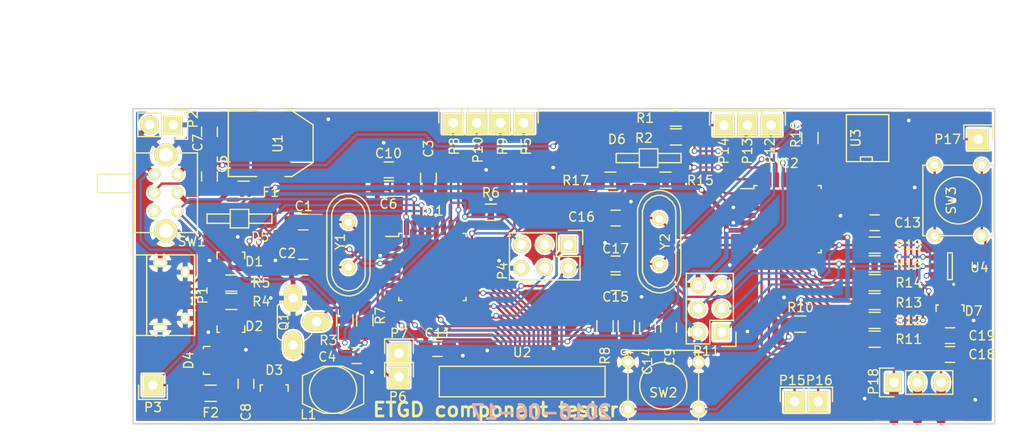
<source format=kicad_pcb>
(kicad_pcb (version 4) (host pcbnew 4.0.2+e4-6225~38~ubuntu16.04.1-stable)
  (layers (0 F.Cu signal) (31 B.Cu signal) (34 B.Paste user) (35 F.Paste user) (36 B.SilkS user) (37 F.SilkS user) (38 B.Mask user) (39 F.Mask user) (44 Edge.Cuts user))
  (net 0 "")
  (net 1 GND)
  (net 2 "Net-(C1-Pad2)")
  (net 3 "Net-(C2-Pad1)")
  (net 4 "Net-(C3-Pad1)")
  (net 5 3Volt_16u)
  (net 6 /Volt_reg_5v)
  (net 7 /USB_Vcc)
  (net 8 5Volt_328)
  (net 9 Battery_input)
  (net 10 "Net-(C11-Pad2)")
  (net 11 "Net-(C13-Pad1)")
  (net 12 /RESET_328)
  (net 13 "Net-(C15-Pad2)")
  (net 14 "Net-(C17-Pad2)")
  (net 15 /DUT3)
  (net 16 /USB_D-)
  (net 17 /USB_D+)
  (net 18 UART_328_TO_16u)
  (net 19 /CHARGER_VOLTAGE_SENSE)
  (net 20 "Net-(IC1-Pad6)")
  (net 21 "Net-(IC1-Pad7)")
  (net 22 UART_16u_TO_328)
  (net 23 /control-niet_data-wel)
  (net 24 /lcd_klok)
  (net 25 /lcd_reset-niet)
  (net 26 /LCD_DATA_B0)
  (net 27 /LCD_DATA_B1)
  (net 28 /LCD_DATA_B2)
  (net 29 /LCD_DATA_B3)
  (net 30 /LCD_DATA_B4)
  (net 31 /LCD_DATA_B5)
  (net 32 /LCD_DATA_B6)
  (net 33 /LCD_DATA_B7)
  (net 34 "Net-(IC1-Pad22)")
  (net 35 "Net-(IC1-Pad23)")
  (net 36 /RESET_16u)
  (net 37 /CHARGER_SWITCHING)
  (net 38 "Net-(IC1-Pad26)")
  (net 39 "Net-(IC1-Pad29)")
  (net 40 "Net-(IC1-Pad30)")
  (net 41 "Net-(IC2-Pad1)")
  (net 42 "Net-(IC2-Pad2)")
  (net 43 "Net-(IC2-Pad9)")
  (net 44 "Net-(IC2-Pad10)")
  (net 45 "Net-(IC2-Pad11)")
  (net 46 "Net-(IC2-Pad12)")
  (net 47 "Net-(IC2-Pad13)")
  (net 48 "Net-(IC2-Pad14)")
  (net 49 "Net-(IC2-Pad15)")
  (net 50 "Net-(IC2-Pad16)")
  (net 51 "Net-(IC2-Pad17)")
  (net 52 "Net-(IC2-Pad19)")
  (net 53 "Net-(IC2-Pad22)")
  (net 54 /DUT1)
  (net 55 /DUT2)
  (net 56 "Net-(IC2-Pad26)")
  (net 57 /Reference_voltage)
  (net 58 /Battery_measure)
  (net 59 "Net-(IC2-Pad32)")
  (net 60 "Net-(P1-Pad4)")
  (net 61 "Net-(U3-Pad1)")
  (net 62 "Net-(U4-Pad1)")
  (net 63 "Net-(Q1-Pad2)")
  (net 64 "Net-(C16-Pad2)")
  (net 65 "Net-(C18-Pad1)")
  (net 66 "Net-(D3-Pad2)")
  (net 67 "Net-(D6-Pad2)")
  (net 68 "Net-(U3-Pad7)")
  (net 69 "Net-(U3-Pad6)")
  (net 70 "Net-(U3-Pad5)")
  (net 71 "Net-(U3-Pad3)")
  (net 72 "Net-(U3-Pad2)")
  (net 73 "Net-(C8-Pad1)")
  (net 74 "Net-(F1-Pad1)")
  (net 75 "Net-(SW1-Pad6)")
  (net 76 Batt_Switch)
  (module Capacitors_SMD:C_0805_HandSoldering (layer F.Cu) (at 115.9002 44.7548)
    (fp_text reference C1 (at 0.0508 -1.7018) (layer F.SilkS))
    (fp_text value 22p)
    (pad 1 smd rect (at -1.25 0) (size 1.5 1.25) (layers F.Cu F.Paste F.Mask) (net 1 GND))
    (pad 2 smd rect (at 1.25 0) (size 1.5 1.25) (layers F.Cu F.Paste F.Mask) (net 2 "Net-(C1-Pad2)"))
  )
  (module Capacitors_SMD:C_0805_HandSoldering (layer F.Cu) (at 115.9002 49.6316 180)
    (fp_text reference C2 (at 1.7272 1.4986 180) (layer F.SilkS))
    (fp_text value 22p)
    (pad 1 smd rect (at -1.25 0 180) (size 1.5 1.25) (layers F.Cu F.Paste F.Mask) (net 3 "Net-(C2-Pad1)"))
    (pad 2 smd rect (at 1.25 0 180) (size 1.5 1.25) (layers F.Cu F.Paste F.Mask) (net 1 GND))
  )
  (module Capacitors_SMD:C_0805_HandSoldering (layer F.Cu) (at 129.413 39.9796 90)
    (fp_text reference C3 (at 3.1496 0 90) (layer F.SilkS))
    (fp_text value 1uF)
    (pad 1 smd rect (at -1.25 0 90) (size 1.5 1.25) (layers F.Cu F.Paste F.Mask) (net 4 "Net-(C3-Pad1)"))
    (pad 2 smd rect (at 1.25 0 90) (size 1.5 1.25) (layers F.Cu F.Paste F.Mask) (net 1 GND))
  )
  (module Capacitors_SMD:C_0805_HandSoldering (layer F.Cu) (at 105.791 39.8399 270)
    (fp_text reference C5 (at -1.3589 -1.397 270) (layer F.SilkS))
    (fp_text value 10u)
    (pad 1 smd rect (at -1.25 0 270) (size 1.5 1.25) (layers F.Cu F.Paste F.Mask) (net 76 Batt_Switch))
    (pad 2 smd rect (at 1.25 0 270) (size 1.5 1.25) (layers F.Cu F.Paste F.Mask) (net 1 GND))
  )
  (module Capacitors_SMD:C_0805_HandSoldering (layer F.Cu) (at 125.1458 41.148 180)
    (fp_text reference C6 (at 0.0508 -1.651 180) (layer F.SilkS))
    (fp_text value 100n)
    (pad 1 smd rect (at -1.25 0 180) (size 1.5 1.25) (layers F.Cu F.Paste F.Mask) (net 5 3Volt_16u))
    (pad 2 smd rect (at 1.25 0 180) (size 1.5 1.25) (layers F.Cu F.Paste F.Mask) (net 1 GND))
  )
  (module Capacitors_SMD:C_0805_HandSoldering (layer F.Cu) (at 130.3782 58.42)
    (fp_text reference C11 (at 0.0508 -1.651) (layer F.SilkS))
    (fp_text value 1u)
    (pad 1 smd rect (at -1.25 0) (size 1.5 1.25) (layers F.Cu F.Paste F.Mask) (net 1 GND))
    (pad 2 smd rect (at 1.25 0) (size 1.5 1.25) (layers F.Cu F.Paste F.Mask) (net 10 "Net-(C11-Pad2)"))
  )
  (module Capacitors_SMD:C_0805_HandSoldering (layer F.Cu) (at 105.791 35.0139 90)
    (fp_text reference C7 (at -1.1811 -1.27 90) (layer F.SilkS))
    (fp_text value 10u)
    (pad 1 smd rect (at -1.25 0 90) (size 1.5 1.25) (layers F.Cu F.Paste F.Mask) (net 6 /Volt_reg_5v))
    (pad 2 smd rect (at 1.25 0 90) (size 1.5 1.25) (layers F.Cu F.Paste F.Mask) (net 1 GND))
  )
  (module Capacitors_SMD:C_0805_HandSoldering (layer F.Cu) (at 121.666 59.182)
    (fp_text reference C4 (at -3.175 0.127) (layer F.SilkS))
    (fp_text value 100n)
    (pad 1 smd rect (at -1.25 0) (size 1.5 1.25) (layers F.Cu F.Paste F.Mask) (net 7 /USB_Vcc))
    (pad 2 smd rect (at 1.25 0) (size 1.5 1.25) (layers F.Cu F.Paste F.Mask) (net 1 GND))
  )
  (module Capacitors_SMD:C_0805_HandSoldering (layer F.Cu) (at 155.321 56.134 90)
    (fp_text reference C9 (at -3.175 0.127 90) (layer F.SilkS))
    (fp_text value 10uF)
    (pad 1 smd rect (at -1.25 0 90) (size 1.5 1.25) (layers F.Cu F.Paste F.Mask) (net 8 5Volt_328))
    (pad 2 smd rect (at 1.25 0 90) (size 1.5 1.25) (layers F.Cu F.Paste F.Mask) (net 1 GND))
  )
  (module Capacitors_SMD:C_0805_HandSoldering (layer F.Cu) (at 125.1458 39.116 180)
    (fp_text reference C10 (at 0.0508 1.778 180) (layer F.SilkS))
    (fp_text value 10uF)
    (pad 1 smd rect (at -1.25 0 180) (size 1.5 1.25) (layers F.Cu F.Paste F.Mask) (net 5 3Volt_16u))
    (pad 2 smd rect (at 1.25 0 180) (size 1.5 1.25) (layers F.Cu F.Paste F.Mask) (net 1 GND))
  )
  (module Capacitors_SMD:C_0805_HandSoldering (layer F.Cu) (at 109.728 62.23 90)
    (fp_text reference C8 (at -3.048 0 90) (layer F.SilkS))
    (fp_text value C_Small)
    (pad 1 smd rect (at -1.25 0 90) (size 1.5 1.25) (layers F.Cu F.Paste F.Mask) (net 73 "Net-(C8-Pad1)"))
    (pad 2 smd rect (at 1.25 0 90) (size 1.5 1.25) (layers F.Cu F.Paste F.Mask) (net 1 GND))
  )
  (module Capacitors_SMD:C_0805_HandSoldering (layer F.Cu) (at 177.546 44.831)
    (fp_text reference C13 (at 3.556 0) (layer F.SilkS))
    (fp_text value 1n)
    (pad 1 smd rect (at -1.25 0) (size 1.5 1.25) (layers F.Cu F.Paste F.Mask) (net 11 "Net-(C13-Pad1)"))
    (pad 2 smd rect (at 1.25 0) (size 1.5 1.25) (layers F.Cu F.Paste F.Mask) (net 1 GND))
  )
  (module Capacitors_SMD:C_0805_HandSoldering (layer F.Cu) (at 153.035 56.134 90)
    (fp_text reference C14 (at -3.683 0 90) (layer F.SilkS))
    (fp_text value 100n)
    (pad 1 smd rect (at -1.25 0 90) (size 1.5 1.25) (layers F.Cu F.Paste F.Mask) (net 8 5Volt_328))
    (pad 2 smd rect (at 1.25 0 90) (size 1.5 1.25) (layers F.Cu F.Paste F.Mask) (net 1 GND))
  )
  (module Capacitors_SMD:C_0805_HandSoldering (layer F.Cu) (at 149.606 51.308 180)
    (fp_text reference C15 (at 0 -1.524 180) (layer F.SilkS))
    (fp_text value 100n)
    (pad 1 smd rect (at -1.25 0 180) (size 1.5 1.25) (layers F.Cu F.Paste F.Mask) (net 12 /RESET_328))
    (pad 2 smd rect (at 1.25 0 180) (size 1.5 1.25) (layers F.Cu F.Paste F.Mask) (net 13 "Net-(C15-Pad2)"))
  )
  (module Capacitors_SMD:C_0805_HandSoldering (layer F.Cu) (at 185.674 57.023)
    (fp_text reference C19 (at 3.429 0) (layer F.SilkS))
    (fp_text value 100n)
    (pad 1 smd rect (at -1.25 0) (size 1.5 1.25) (layers F.Cu F.Paste F.Mask) (net 8 5Volt_328))
    (pad 2 smd rect (at 1.25 0) (size 1.5 1.25) (layers F.Cu F.Paste F.Mask) (net 1 GND))
  )
  (module Capacitors_SMD:C_0805_HandSoldering (layer F.Cu) (at 149.606 44.323)
    (fp_text reference C16 (at -3.683 -0.127) (layer F.SilkS))
    (fp_text value 22pF)
    (pad 1 smd rect (at -1.25 0) (size 1.5 1.25) (layers F.Cu F.Paste F.Mask) (net 1 GND))
    (pad 2 smd rect (at 1.25 0) (size 1.5 1.25) (layers F.Cu F.Paste F.Mask) (net 64 "Net-(C16-Pad2)"))
  )
  (module Capacitors_SMD:C_0805_HandSoldering (layer F.Cu) (at 149.606 49.276)
    (fp_text reference C17 (at 0 -1.651) (layer F.SilkS))
    (fp_text value 22pF)
    (pad 1 smd rect (at -1.25 0) (size 1.5 1.25) (layers F.Cu F.Paste F.Mask) (net 1 GND))
    (pad 2 smd rect (at 1.25 0) (size 1.5 1.25) (layers F.Cu F.Paste F.Mask) (net 14 "Net-(C17-Pad2)"))
  )
  (module Capacitors_SMD:C_0805_HandSoldering (layer F.Cu) (at 185.674 59.055 180)
    (fp_text reference C18 (at -3.429 0 180) (layer F.SilkS))
    (fp_text value "22nF high quality")
    (pad 1 smd rect (at -1.25 0 180) (size 1.5 1.25) (layers F.Cu F.Paste F.Mask) (net 65 "Net-(C18-Pad1)"))
    (pad 2 smd rect (at 1.25 0 180) (size 1.5 1.25) (layers F.Cu F.Paste F.Mask) (net 15 /DUT3))
  )
  (module drawn_by_jpmeijers:FOON_LED (layer F.Cu) (at 109.0295 44.3865)
    (fp_text reference D5 (at 2.2225 1.9685) (layer F.SilkS))
    (fp_text value "RED LED")
    (pad 1 smd rect (at 2.75 0) (size 2.5 2) (layers F.Cu F.Paste F.Mask) (net 5 3Volt_16u))
    (pad 2 smd rect (at -2.75 0) (size 2.5 2) (layers F.Cu F.Paste F.Mask) (net 8 5Volt_328))
  )
  (module drawn_by_jpmeijers:FOON_LED (layer F.Cu) (at 153.162 37.846 180)
    (fp_text reference D6 (at 3.429 2.032 180) (layer F.SilkS))
    (fp_text value "RED LED (opt)")
    (pad 1 smd rect (at 2.75 0 180) (size 2.5 2) (layers F.Cu F.Paste F.Mask) (net 18 UART_328_TO_16u))
    (pad 2 smd rect (at -2.75 0 180) (size 2.5 2) (layers F.Cu F.Paste F.Mask) (net 67 "Net-(D6-Pad2)"))
  )
  (module Housings_QFP:TQFP-32_7x7mm_Pitch0.8mm (layer F.Cu) (at 129.8448 49.6062)
    (fp_text reference IC1 (at 0 -6.05) (layer F.SilkS))
    (fp_text value ATMEGA16U2)
    (pad 1 smd rect (at -4.25 -2.8) (size 1.6 0.55) (layers F.Cu F.Paste F.Mask) (net 2 "Net-(C1-Pad2)"))
    (pad 2 smd rect (at -4.25 -2) (size 1.6 0.55) (layers F.Cu F.Paste F.Mask) (net 3 "Net-(C2-Pad1)"))
    (pad 3 smd rect (at -4.25 -1.2) (size 1.6 0.55) (layers F.Cu F.Paste F.Mask) (net 1 GND))
    (pad 4 smd rect (at -4.25 -0.4) (size 1.6 0.55) (layers F.Cu F.Paste F.Mask) (net 5 3Volt_16u))
    (pad 5 smd rect (at -4.25 0.4) (size 1.6 0.55) (layers F.Cu F.Paste F.Mask) (net 19 /CHARGER_VOLTAGE_SENSE))
    (pad 6 smd rect (at -4.25 1.2) (size 1.6 0.55) (layers F.Cu F.Paste F.Mask) (net 20 "Net-(IC1-Pad6)"))
    (pad 7 smd rect (at -4.25 2) (size 1.6 0.55) (layers F.Cu F.Paste F.Mask) (net 21 "Net-(IC1-Pad7)"))
    (pad 8 smd rect (at -4.25 2.8) (size 1.6 0.55) (layers F.Cu F.Paste F.Mask) (net 18 UART_328_TO_16u))
    (pad 9 smd rect (at -2.8 4.25 90) (size 1.6 0.55) (layers F.Cu F.Paste F.Mask) (net 22 UART_16u_TO_328))
    (pad 10 smd rect (at -2 4.25 90) (size 1.6 0.55) (layers F.Cu F.Paste F.Mask) (net 25 /lcd_reset-niet))
    (pad 11 smd rect (at -1.2 4.25 90) (size 1.6 0.55) (layers F.Cu F.Paste F.Mask) (net 24 /lcd_klok))
    (pad 12 smd rect (at -0.4 4.25 90) (size 1.6 0.55) (layers F.Cu F.Paste F.Mask) (net 23 /control-niet_data-wel))
    (pad 13 smd rect (at 0.4 4.25 90) (size 1.6 0.55) (layers F.Cu F.Paste F.Mask) (net 13 "Net-(C15-Pad2)"))
    (pad 14 smd rect (at 1.2 4.25 90) (size 1.6 0.55) (layers F.Cu F.Paste F.Mask) (net 26 /LCD_DATA_B0))
    (pad 15 smd rect (at 2 4.25 90) (size 1.6 0.55) (layers F.Cu F.Paste F.Mask) (net 27 /LCD_DATA_B1))
    (pad 16 smd rect (at 2.8 4.25 90) (size 1.6 0.55) (layers F.Cu F.Paste F.Mask) (net 28 /LCD_DATA_B2))
    (pad 17 smd rect (at 4.25 2.8) (size 1.6 0.55) (layers F.Cu F.Paste F.Mask) (net 29 /LCD_DATA_B3))
    (pad 18 smd rect (at 4.25 2) (size 1.6 0.55) (layers F.Cu F.Paste F.Mask) (net 30 /LCD_DATA_B4))
    (pad 19 smd rect (at 4.25 1.2) (size 1.6 0.55) (layers F.Cu F.Paste F.Mask) (net 31 /LCD_DATA_B5))
    (pad 20 smd rect (at 4.25 0.4) (size 1.6 0.55) (layers F.Cu F.Paste F.Mask) (net 32 /LCD_DATA_B6))
    (pad 21 smd rect (at 4.25 -0.4) (size 1.6 0.55) (layers F.Cu F.Paste F.Mask) (net 33 /LCD_DATA_B7))
    (pad 22 smd rect (at 4.25 -1.2) (size 1.6 0.55) (layers F.Cu F.Paste F.Mask) (net 34 "Net-(IC1-Pad22)"))
    (pad 23 smd rect (at 4.25 -2) (size 1.6 0.55) (layers F.Cu F.Paste F.Mask) (net 35 "Net-(IC1-Pad23)"))
    (pad 24 smd rect (at 4.25 -2.8) (size 1.6 0.55) (layers F.Cu F.Paste F.Mask) (net 36 /RESET_16u))
    (pad 25 smd rect (at 2.8 -4.25 90) (size 1.6 0.55) (layers F.Cu F.Paste F.Mask) (net 37 /CHARGER_SWITCHING))
    (pad 26 smd rect (at 2 -4.25 90) (size 1.6 0.55) (layers F.Cu F.Paste F.Mask) (net 38 "Net-(IC1-Pad26)"))
    (pad 27 smd rect (at 1.2 -4.25 90) (size 1.6 0.55) (layers F.Cu F.Paste F.Mask) (net 4 "Net-(C3-Pad1)"))
    (pad 28 smd rect (at 0.4 -4.25 90) (size 1.6 0.55) (layers F.Cu F.Paste F.Mask) (net 1 GND))
    (pad 29 smd rect (at -0.4 -4.25 90) (size 1.6 0.55) (layers F.Cu F.Paste F.Mask) (net 39 "Net-(IC1-Pad29)"))
    (pad 30 smd rect (at -1.2 -4.25 90) (size 1.6 0.55) (layers F.Cu F.Paste F.Mask) (net 40 "Net-(IC1-Pad30)"))
    (pad 31 smd rect (at -2 -4.25 90) (size 1.6 0.55) (layers F.Cu F.Paste F.Mask) (net 7 /USB_Vcc))
    (pad 32 smd rect (at -2.8 -4.25 90) (size 1.6 0.55) (layers F.Cu F.Paste F.Mask) (net 5 3Volt_16u))
  )
  (module Housings_QFP:TQFP-32_7x7mm_Pitch0.8mm (layer F.Cu) (at 168.148 44.45)
    (fp_text reference IC2 (at 0 -6.05) (layer F.SilkS))
    (fp_text value ATMEGA328P-A)
    (pad 1 smd rect (at -4.25 -2.8) (size 1.6 0.55) (layers F.Cu F.Paste F.Mask) (net 41 "Net-(IC2-Pad1)"))
    (pad 2 smd rect (at -4.25 -2) (size 1.6 0.55) (layers F.Cu F.Paste F.Mask) (net 42 "Net-(IC2-Pad2)"))
    (pad 3 smd rect (at -4.25 -1.2) (size 1.6 0.55) (layers F.Cu F.Paste F.Mask) (net 1 GND))
    (pad 4 smd rect (at -4.25 -0.4) (size 1.6 0.55) (layers F.Cu F.Paste F.Mask) (net 8 5Volt_328))
    (pad 5 smd rect (at -4.25 0.4) (size 1.6 0.55) (layers F.Cu F.Paste F.Mask) (net 1 GND))
    (pad 6 smd rect (at -4.25 1.2) (size 1.6 0.55) (layers F.Cu F.Paste F.Mask) (net 8 5Volt_328))
    (pad 7 smd rect (at -4.25 2) (size 1.6 0.55) (layers F.Cu F.Paste F.Mask) (net 64 "Net-(C16-Pad2)"))
    (pad 8 smd rect (at -4.25 2.8) (size 1.6 0.55) (layers F.Cu F.Paste F.Mask) (net 14 "Net-(C17-Pad2)"))
    (pad 9 smd rect (at -2.8 4.25 90) (size 1.6 0.55) (layers F.Cu F.Paste F.Mask) (net 43 "Net-(IC2-Pad9)"))
    (pad 10 smd rect (at -2 4.25 90) (size 1.6 0.55) (layers F.Cu F.Paste F.Mask) (net 44 "Net-(IC2-Pad10)"))
    (pad 11 smd rect (at -1.2 4.25 90) (size 1.6 0.55) (layers F.Cu F.Paste F.Mask) (net 45 "Net-(IC2-Pad11)"))
    (pad 12 smd rect (at -0.4 4.25 90) (size 1.6 0.55) (layers F.Cu F.Paste F.Mask) (net 46 "Net-(IC2-Pad12)"))
    (pad 13 smd rect (at 0.4 4.25 90) (size 1.6 0.55) (layers F.Cu F.Paste F.Mask) (net 47 "Net-(IC2-Pad13)"))
    (pad 14 smd rect (at 1.2 4.25 90) (size 1.6 0.55) (layers F.Cu F.Paste F.Mask) (net 48 "Net-(IC2-Pad14)"))
    (pad 15 smd rect (at 2 4.25 90) (size 1.6 0.55) (layers F.Cu F.Paste F.Mask) (net 49 "Net-(IC2-Pad15)"))
    (pad 16 smd rect (at 2.8 4.25 90) (size 1.6 0.55) (layers F.Cu F.Paste F.Mask) (net 50 "Net-(IC2-Pad16)"))
    (pad 17 smd rect (at 4.25 2.8) (size 1.6 0.55) (layers F.Cu F.Paste F.Mask) (net 51 "Net-(IC2-Pad17)"))
    (pad 18 smd rect (at 4.25 2) (size 1.6 0.55) (layers F.Cu F.Paste F.Mask) (net 8 5Volt_328))
    (pad 19 smd rect (at 4.25 1.2) (size 1.6 0.55) (layers F.Cu F.Paste F.Mask) (net 52 "Net-(IC2-Pad19)"))
    (pad 20 smd rect (at 4.25 0.4) (size 1.6 0.55) (layers F.Cu F.Paste F.Mask) (net 11 "Net-(C13-Pad1)"))
    (pad 21 smd rect (at 4.25 -0.4) (size 1.6 0.55) (layers F.Cu F.Paste F.Mask) (net 1 GND))
    (pad 22 smd rect (at 4.25 -1.2) (size 1.6 0.55) (layers F.Cu F.Paste F.Mask) (net 53 "Net-(IC2-Pad22)"))
    (pad 23 smd rect (at 4.25 -2) (size 1.6 0.55) (layers F.Cu F.Paste F.Mask) (net 54 /DUT1))
    (pad 24 smd rect (at 4.25 -2.8) (size 1.6 0.55) (layers F.Cu F.Paste F.Mask) (net 55 /DUT2))
    (pad 25 smd rect (at 2.8 -4.25 90) (size 1.6 0.55) (layers F.Cu F.Paste F.Mask) (net 15 /DUT3))
    (pad 26 smd rect (at 2 -4.25 90) (size 1.6 0.55) (layers F.Cu F.Paste F.Mask) (net 56 "Net-(IC2-Pad26)"))
    (pad 27 smd rect (at 1.2 -4.25 90) (size 1.6 0.55) (layers F.Cu F.Paste F.Mask) (net 57 /Reference_voltage))
    (pad 28 smd rect (at 0.4 -4.25 90) (size 1.6 0.55) (layers F.Cu F.Paste F.Mask) (net 58 /Battery_measure))
    (pad 29 smd rect (at -0.4 -4.25 90) (size 1.6 0.55) (layers F.Cu F.Paste F.Mask) (net 12 /RESET_328))
    (pad 30 smd rect (at -1.2 -4.25 90) (size 1.6 0.55) (layers F.Cu F.Paste F.Mask) (net 22 UART_16u_TO_328))
    (pad 31 smd rect (at -2 -4.25 90) (size 1.6 0.55) (layers F.Cu F.Paste F.Mask) (net 67 "Net-(D6-Pad2)"))
    (pad 32 smd rect (at -2.8 -4.25 90) (size 1.6 0.55) (layers F.Cu F.Paste F.Mask) (net 59 "Net-(IC2-Pad32)"))
  )
  (module Inductors:SELF-WE-PD3S (layer F.Cu) (at 119.126 62.865 180)
    (fp_text reference L1 (at 2.667 -2.667 360) (layer F.SilkS))
    (fp_text value INDUCTOR)
    (pad 1 smd rect (at -3.048 0 180) (size 1.99898 1.99898) (layers F.Cu F.Paste F.Mask) (net 7 /USB_Vcc))
    (pad 2 smd rect (at 3.048 0 180) (size 1.99898 1.99898) (layers F.Cu F.Paste F.Mask) (net 66 "Net-(D3-Pad2)"))
  )
  (module Connect:USB_Micro-B (layer F.Cu) (at 101.6127 52.6542 270)
    (fp_text reference P1 (at 0 -3.45 270) (layer F.SilkS))
    (fp_text value USB_OTG)
    (pad 1 smd rect (at -1.3009 -1.56254) (size 1.35 0.4) (layers F.Cu F.Paste F.Mask) (net 7 /USB_Vcc))
    (pad 2 smd rect (at -0.6509 -1.56254) (size 1.35 0.4) (layers F.Cu F.Paste F.Mask) (net 16 /USB_D-))
    (pad 3 smd rect (at -0.0009 -1.56254) (size 1.35 0.4) (layers F.Cu F.Paste F.Mask) (net 17 /USB_D+))
    (pad 4 smd rect (at 0.6491 -1.56254) (size 1.35 0.4) (layers F.Cu F.Paste F.Mask) (net 60 "Net-(P1-Pad4)"))
    (pad 5 smd rect (at 1.2991 -1.56254) (size 1.35 0.4) (layers F.Cu F.Paste F.Mask) (net 1 GND))
    (pad 6 thru_hole oval (at -2.5009 -1.56254) (size 0.95 1.25) (drill oval 0.55 0.85) (layers *.Cu *.Mask F.SilkS) (net 1 GND))
    (pad 6 thru_hole oval (at 2.4991 -1.56254) (size 0.95 1.25) (drill oval 0.55 0.85) (layers *.Cu *.Mask F.SilkS) (net 1 GND))
    (pad 6 thru_hole oval (at -3.5009 1.13746) (size 1.55 1) (drill oval 1.15 0.5) (layers *.Cu *.Mask F.SilkS) (net 1 GND))
    (pad 6 thru_hole oval (at 3.4991 1.13746) (size 1.55 1) (drill oval 1.15 0.5) (layers *.Cu *.Mask F.SilkS) (net 1 GND))
  )
  (module Pin_Headers:Pin_Header_Straight_1x02 (layer F.Cu) (at 101.8794 34.2519 270)
    (fp_text reference P2 (at -0.5969 -2.1336 270) (layer F.SilkS))
    (fp_text value BATTERY_CONNECTOR)
    (pad 1 thru_hole rect (at 0 0 270) (size 2.032 2.032) (drill 1.016) (layers *.Cu *.Mask F.SilkS) (net 1 GND))
    (pad 2 thru_hole oval (at 0 2.54 270) (size 2.032 2.032) (drill 1.016) (layers *.Cu *.Mask F.SilkS) (net 9 Battery_input))
  )
  (module Pin_Headers:Pin_Header_Straight_1x01 (layer F.Cu) (at 99.695 62.357 180)
    (fp_text reference P3 (at 0 -2.413 180) (layer F.SilkS))
    (fp_text value Voltage_for_zener)
    (pad 1 thru_hole rect (at 0 0 180) (size 2.2352 2.2352) (drill 1.016) (layers *.Cu *.Mask F.SilkS) (net 9 Battery_input))
  )
  (module Pin_Headers:Pin_Header_Straight_2x03 (layer F.Cu) (at 144.5006 47.1932 270)
    (fp_text reference P4 (at 2.8448 7.0866 270) (layer F.SilkS))
    (fp_text value ICSP_prog_16u2)
    (pad 1 thru_hole rect (at 0 0 270) (size 1.7272 1.7272) (drill 1.016) (layers *.Cu *.Mask F.SilkS) (net 29 /LCD_DATA_B3))
    (pad 2 thru_hole oval (at 2.54 0 270) (size 1.7272 1.7272) (drill 1.016) (layers *.Cu *.Mask F.SilkS) (net 5 3Volt_16u))
    (pad 3 thru_hole oval (at 0 2.54 270) (size 1.7272 1.7272) (drill 1.016) (layers *.Cu *.Mask F.SilkS) (net 27 /LCD_DATA_B1))
    (pad 4 thru_hole oval (at 2.54 2.54 270) (size 1.7272 1.7272) (drill 1.016) (layers *.Cu *.Mask F.SilkS) (net 28 /LCD_DATA_B2))
    (pad 5 thru_hole oval (at 0 5.08 270) (size 1.7272 1.7272) (drill 1.016) (layers *.Cu *.Mask F.SilkS) (net 36 /RESET_16u))
    (pad 6 thru_hole oval (at 2.54 5.08 270) (size 1.7272 1.7272) (drill 1.016) (layers *.Cu *.Mask F.SilkS) (net 1 GND))
  )
  (module Pin_Headers:Pin_Header_Straight_1x01 (layer F.Cu) (at 139.7 34.036)
    (fp_text reference P5 (at 0.254 2.54 90) (layer F.SilkS))
    (fp_text value BO_PC7)
    (pad 1 thru_hole rect (at 0 0) (size 2.2352 2.2352) (drill 1.016) (layers *.Cu *.Mask F.SilkS) (net 34 "Net-(IC1-Pad22)"))
  )
  (module Pin_Headers:Pin_Header_Straight_1x01 (layer F.Cu) (at 126.238 61.468)
    (fp_text reference P6 (at -0.127 2.159) (layer F.SilkS))
    (fp_text value BO_PD0)
    (pad 1 thru_hole rect (at 0 0) (size 2.2352 2.2352) (drill 1.016) (layers *.Cu *.Mask F.SilkS) (net 20 "Net-(IC1-Pad6)"))
  )
  (module Pin_Headers:Pin_Header_Straight_1x01 (layer F.Cu) (at 126.238 58.928)
    (fp_text reference P7 (at 0 -2.159) (layer F.SilkS))
    (fp_text value BO_PD1)
    (pad 1 thru_hole rect (at 0 0) (size 2.2352 2.2352) (drill 1.016) (layers *.Cu *.Mask F.SilkS) (net 21 "Net-(IC1-Pad7)"))
  )
  (module Pin_Headers:Pin_Header_Straight_1x01 (layer F.Cu) (at 132.08 34.036)
    (fp_text reference P8 (at 0.127 2.54 90) (layer F.SilkS))
    (fp_text value BO_PC4)
    (pad 1 thru_hole rect (at 0 0) (size 2.2352 2.2352) (drill 1.016) (layers *.Cu *.Mask F.SilkS) (net 38 "Net-(IC1-Pad26)"))
  )
  (module Pin_Headers:Pin_Header_Straight_1x01 (layer F.Cu) (at 137.16 34.036)
    (fp_text reference P9 (at 0.254 2.54 90) (layer F.SilkS))
    (fp_text value BO_PC6)
    (pad 1 thru_hole rect (at 0 0) (size 2.2352 2.2352) (drill 1.016) (layers *.Cu *.Mask F.SilkS) (net 35 "Net-(IC1-Pad23)"))
  )
  (module Pin_Headers:Pin_Header_Straight_1x01 (layer F.Cu) (at 134.62 34.036)
    (fp_text reference P10 (at 0.127 2.921 90) (layer F.SilkS))
    (fp_text value BO_PC5)
    (pad 1 thru_hole rect (at 0 0) (size 2.2352 2.2352) (drill 1.016) (layers *.Cu *.Mask F.SilkS) (net 37 /CHARGER_SWITCHING))
  )
  (module Pin_Headers:Pin_Header_Straight_2x03 (layer F.Cu) (at 161.036 56.642 180)
    (fp_text reference P11 (at 1.651 -2.032 180) (layer F.SilkS))
    (fp_text value ICSP_prog_328p)
    (pad 1 thru_hole rect (at 0 0 180) (size 1.7272 1.7272) (drill 1.016) (layers *.Cu *.Mask F.SilkS) (net 50 "Net-(IC2-Pad16)"))
    (pad 2 thru_hole oval (at 2.54 0 180) (size 1.7272 1.7272) (drill 1.016) (layers *.Cu *.Mask F.SilkS) (net 8 5Volt_328))
    (pad 3 thru_hole oval (at 0 2.54 180) (size 1.7272 1.7272) (drill 1.016) (layers *.Cu *.Mask F.SilkS) (net 51 "Net-(IC2-Pad17)"))
    (pad 4 thru_hole oval (at 2.54 2.54 180) (size 1.7272 1.7272) (drill 1.016) (layers *.Cu *.Mask F.SilkS) (net 49 "Net-(IC2-Pad15)"))
    (pad 5 thru_hole oval (at 0 5.08 180) (size 1.7272 1.7272) (drill 1.016) (layers *.Cu *.Mask F.SilkS) (net 12 /RESET_328))
    (pad 6 thru_hole oval (at 2.54 5.08 180) (size 1.7272 1.7272) (drill 1.016) (layers *.Cu *.Mask F.SilkS) (net 1 GND))
  )
  (module Pin_Headers:Pin_Header_Straight_1x01 (layer F.Cu) (at 188.722 35.814)
    (fp_text reference P17 (at -3.302 0) (layer F.SilkS))
    (fp_text value CONN_01X01)
    (pad 1 thru_hole rect (at 0 0) (size 2.2352 2.2352) (drill 1.016) (layers *.Cu *.Mask F.SilkS) (net 56 "Net-(IC2-Pad26)"))
  )
  (module Pin_Headers:Pin_Header_Straight_1x03 (layer F.Cu) (at 179.6288 62.0776 90)
    (fp_text reference P18 (at 0.1016 -2.2098 90) (layer F.SilkS))
    (fp_text value "Device Under Test")
    (pad 1 thru_hole rect (at 0 0 90) (size 2.032 1.7272) (drill 1.016) (layers *.Cu *.Mask F.SilkS) (net 54 /DUT1))
    (pad 2 thru_hole oval (at 0 2.54 90) (size 2.032 1.7272) (drill 1.016) (layers *.Cu *.Mask F.SilkS) (net 55 /DUT2))
    (pad 3 thru_hole oval (at 0 5.08 90) (size 2.032 1.7272) (drill 1.016) (layers *.Cu *.Mask F.SilkS) (net 15 /DUT3))
  )
  (module Resistors_SMD:R_0805_HandSoldering (layer F.Cu) (at 156.1084 33.528)
    (fp_text reference R1 (at -3.3274 0) (layer F.SilkS))
    (fp_text value 100k)
    (pad 1 smd rect (at -1.35 0) (size 1.5 1.3) (layers F.Cu F.Paste F.Mask) (net 76 Batt_Switch))
    (pad 2 smd rect (at 1.35 0) (size 1.5 1.3) (layers F.Cu F.Paste F.Mask) (net 58 /Battery_measure))
  )
  (module Resistors_SMD:R_0805_HandSoldering (layer F.Cu) (at 156.1084 35.56 180)
    (fp_text reference R2 (at 3.4544 -0.127 180) (layer F.SilkS))
    (fp_text value 33k)
    (pad 1 smd rect (at -1.35 0 180) (size 1.5 1.3) (layers F.Cu F.Paste F.Mask) (net 58 /Battery_measure))
    (pad 2 smd rect (at 1.35 0 180) (size 1.5 1.3) (layers F.Cu F.Paste F.Mask) (net 1 GND))
  )
  (module Resistors_SMD:R_0805_HandSoldering (layer F.Cu) (at 108.1532 53.3273 180)
    (fp_text reference R4 (at -3.2258 -0.0127 180) (layer F.SilkS))
    (fp_text value 22)
    (pad 1 smd rect (at -1.35 0 180) (size 1.5 1.3) (layers F.Cu F.Paste F.Mask) (net 39 "Net-(IC1-Pad29)"))
    (pad 2 smd rect (at 1.35 0 180) (size 1.5 1.3) (layers F.Cu F.Paste F.Mask) (net 17 /USB_D+))
  )
  (module Resistors_SMD:R_0805_HandSoldering (layer F.Cu) (at 108.1532 51.3461 180)
    (fp_text reference R5 (at -3.2258 0.0381 180) (layer F.SilkS))
    (fp_text value 22)
    (pad 1 smd rect (at -1.35 0 180) (size 1.5 1.3) (layers F.Cu F.Paste F.Mask) (net 40 "Net-(IC1-Pad30)"))
    (pad 2 smd rect (at 1.35 0 180) (size 1.5 1.3) (layers F.Cu F.Paste F.Mask) (net 16 /USB_D-))
  )
  (module Resistors_SMD:R_0805_HandSoldering (layer F.Cu) (at 136.144 43.688)
    (fp_text reference R6 (at 0 -2.1) (layer F.SilkS))
    (fp_text value 10k)
    (pad 1 smd rect (at -1.35 0) (size 1.5 1.3) (layers F.Cu F.Paste F.Mask) (net 5 3Volt_16u))
    (pad 2 smd rect (at 1.35 0) (size 1.5 1.3) (layers F.Cu F.Paste F.Mask) (net 36 /RESET_16u))
  )
  (module Resistors_SMD:R_0805_HandSoldering (layer F.Cu) (at 122.555 55.372 90)
    (fp_text reference R3 (at -2.159 -3.937 180) (layer F.SilkS))
    (fp_text value R)
    (pad 1 smd rect (at -1.35 0 90) (size 1.5 1.3) (layers F.Cu F.Paste F.Mask) (net 7 /USB_Vcc))
    (pad 2 smd rect (at 1.35 0 90) (size 1.5 1.3) (layers F.Cu F.Paste F.Mask) (net 19 /CHARGER_VOLTAGE_SENSE))
  )
  (module Resistors_SMD:R_0805_HandSoldering (layer F.Cu) (at 120.396 55.372 270)
    (fp_text reference R7 (at -0.508 -3.81 270) (layer F.SilkS))
    (fp_text value R)
    (pad 1 smd rect (at -1.35 0 270) (size 1.5 1.3) (layers F.Cu F.Paste F.Mask) (net 63 "Net-(Q1-Pad2)"))
    (pad 2 smd rect (at 1.35 0 270) (size 1.5 1.3) (layers F.Cu F.Paste F.Mask) (net 37 /CHARGER_SWITCHING))
  )
  (module Resistors_SMD:R_0805_HandSoldering (layer F.Cu) (at 148.463 56.007 270)
    (fp_text reference R8 (at 3.175 0 270) (layer F.SilkS))
    (fp_text value 10k)
    (pad 1 smd rect (at -1.35 0 270) (size 1.5 1.3) (layers F.Cu F.Paste F.Mask) (net 13 "Net-(C15-Pad2)"))
    (pad 2 smd rect (at 1.35 0 270) (size 1.5 1.3) (layers F.Cu F.Paste F.Mask) (net 1 GND))
  )
  (module Resistors_SMD:R_0805_HandSoldering (layer F.Cu) (at 150.749 56.007 270)
    (fp_text reference R9 (at 3.302 0 270) (layer F.SilkS))
    (fp_text value 10k)
    (pad 1 smd rect (at -1.35 0 270) (size 1.5 1.3) (layers F.Cu F.Paste F.Mask) (net 12 /RESET_328))
    (pad 2 smd rect (at 1.35 0 270) (size 1.5 1.3) (layers F.Cu F.Paste F.Mask) (net 8 5Volt_328))
  )
  (module Resistors_SMD:R_0805_HandSoldering (layer F.Cu) (at 169.5196 55.7784)
    (fp_text reference R10 (at 0.0254 -1.8034) (layer F.SilkS))
    (fp_text value 10k)
    (pad 1 smd rect (at -1.35 0) (size 1.5 1.3) (layers F.Cu F.Paste F.Mask) (net 45 "Net-(IC2-Pad11)"))
    (pad 2 smd rect (at 1.35 0) (size 1.5 1.3) (layers F.Cu F.Paste F.Mask) (net 8 5Volt_328))
  )
  (module Resistors_SMD:R_0805_HandSoldering (layer F.Cu) (at 177.546 57.404 180)
    (fp_text reference R11 (at -3.683 0 180) (layer F.SilkS))
    (fp_text value 680)
    (pad 1 smd rect (at -1.35 0 180) (size 1.5 1.3) (layers F.Cu F.Paste F.Mask) (net 54 /DUT1))
    (pad 2 smd rect (at 1.35 0 180) (size 1.5 1.3) (layers F.Cu F.Paste F.Mask) (net 46 "Net-(IC2-Pad12)"))
  )
  (module Resistors_SMD:R_0805_HandSoldering (layer F.Cu) (at 177.546 55.372)
    (fp_text reference R12 (at 3.683 0) (layer F.SilkS))
    (fp_text value 470k)
    (pad 1 smd rect (at -1.35 0) (size 1.5 1.3) (layers F.Cu F.Paste F.Mask) (net 47 "Net-(IC2-Pad13)"))
    (pad 2 smd rect (at 1.35 0) (size 1.5 1.3) (layers F.Cu F.Paste F.Mask) (net 54 /DUT1))
  )
  (module Resistors_SMD:R_0805_HandSoldering (layer F.Cu) (at 177.546 53.34 180)
    (fp_text reference R13 (at -3.683 -0.127 180) (layer F.SilkS))
    (fp_text value 680)
    (pad 1 smd rect (at -1.35 0 180) (size 1.5 1.3) (layers F.Cu F.Paste F.Mask) (net 55 /DUT2))
    (pad 2 smd rect (at 1.35 0 180) (size 1.5 1.3) (layers F.Cu F.Paste F.Mask) (net 48 "Net-(IC2-Pad14)"))
  )
  (module Resistors_SMD:R_0805_HandSoldering (layer F.Cu) (at 154.9908 40.2336 180)
    (fp_text reference R15 (at -3.7592 -0.0254 180) (layer F.SilkS))
    (fp_text value 1k)
    (pad 1 smd rect (at -1.35 0 180) (size 1.5 1.3) (layers F.Cu F.Paste F.Mask) (net 67 "Net-(D6-Pad2)"))
    (pad 2 smd rect (at 1.35 0 180) (size 1.5 1.3) (layers F.Cu F.Paste F.Mask) (net 18 UART_328_TO_16u))
  )
  (module Resistors_SMD:R_0805_HandSoldering (layer F.Cu) (at 177.546 51.308 180)
    (fp_text reference R14 (at -3.683 0 180) (layer F.SilkS))
    (fp_text value 470k)
    (pad 1 smd rect (at -1.35 0 180) (size 1.5 1.3) (layers F.Cu F.Paste F.Mask) (net 55 /DUT2))
    (pad 2 smd rect (at 1.35 0 180) (size 1.5 1.3) (layers F.Cu F.Paste F.Mask) (net 49 "Net-(IC2-Pad15)"))
  )
  (module Resistors_SMD:R_0805_HandSoldering (layer F.Cu) (at 149.0472 40.2336 180)
    (fp_text reference R17 (at 3.7592 -0.0254 180) (layer F.SilkS))
    (fp_text value 10k)
    (pad 1 smd rect (at -1.35 0 180) (size 1.5 1.3) (layers F.Cu F.Paste F.Mask) (net 18 UART_328_TO_16u))
    (pad 2 smd rect (at 1.35 0 180) (size 1.5 1.3) (layers F.Cu F.Paste F.Mask) (net 1 GND))
  )
  (module Resistors_SMD:R_0805_HandSoldering (layer F.Cu) (at 177.546 49.276 180)
    (fp_text reference R16 (at -3.683 0 180) (layer F.SilkS))
    (fp_text value 680)
    (pad 1 smd rect (at -1.35 0 180) (size 1.5 1.3) (layers F.Cu F.Paste F.Mask) (net 15 /DUT3))
    (pad 2 smd rect (at 1.35 0 180) (size 1.5 1.3) (layers F.Cu F.Paste F.Mask) (net 50 "Net-(IC2-Pad16)"))
  )
  (module Resistors_SMD:R_0805_HandSoldering (layer F.Cu) (at 177.546 47.244 180)
    (fp_text reference R18 (at -3.683 0 180) (layer F.SilkS))
    (fp_text value 470k)
    (pad 1 smd rect (at -1.35 0 180) (size 1.5 1.3) (layers F.Cu F.Paste F.Mask) (net 15 /DUT3))
    (pad 2 smd rect (at 1.35 0 180) (size 1.5 1.3) (layers F.Cu F.Paste F.Mask) (net 51 "Net-(IC2-Pad17)"))
  )
  (module Resistors_SMD:R_0805_HandSoldering (layer F.Cu) (at 170.561 35.687 270)
    (fp_text reference R19 (at -0.381 1.524 270) (layer F.SilkS))
    (fp_text value 2k2)
    (pad 1 smd rect (at -1.35 0 270) (size 1.5 1.3) (layers F.Cu F.Paste F.Mask) (net 8 5Volt_328))
    (pad 2 smd rect (at 1.35 0 270) (size 1.5 1.3) (layers F.Cu F.Paste F.Mask) (net 57 /Reference_voltage))
  )
  (module Buttons_Switches_ThroughHole:SW_PUSH_SMALL (layer F.Cu) (at 154.7495 62.4205 180)
    (fp_text reference SW2 (at 0 -0.762 180) (layer F.SilkS))
    (fp_text value DO_MEASUREMENT)
    (pad 1 thru_hole circle (at 3.81 -2.54 180) (size 1.397 1.397) (drill 0.8128) (layers *.Cu *.Mask F.SilkS) (net 45 "Net-(IC2-Pad11)"))
    (pad 2 thru_hole circle (at 3.81 2.54 180) (size 1.397 1.397) (drill 0.8128) (layers *.Cu *.Mask F.SilkS) (net 1 GND))
    (pad 1 thru_hole circle (at -3.81 -2.54 180) (size 1.397 1.397) (drill 0.8128) (layers *.Cu *.Mask F.SilkS) (net 45 "Net-(IC2-Pad11)"))
    (pad 2 thru_hole circle (at -3.81 2.54 180) (size 1.397 1.397) (drill 0.8128) (layers *.Cu *.Mask F.SilkS) (net 1 GND))
  )
  (module Buttons_Switches_ThroughHole:SW_PUSH_SMALL (layer F.Cu) (at 186.563 42.418 90)
    (fp_text reference SW3 (at 0 -0.762 90) (layer F.SilkS))
    (fp_text value CONNECT_CAP)
    (pad 1 thru_hole circle (at 3.81 -2.54 90) (size 1.397 1.397) (drill 0.8128) (layers *.Cu *.Mask F.SilkS) (net 54 /DUT1))
    (pad 2 thru_hole circle (at 3.81 2.54 90) (size 1.397 1.397) (drill 0.8128) (layers *.Cu *.Mask F.SilkS) (net 65 "Net-(C18-Pad1)"))
    (pad 1 thru_hole circle (at -3.81 -2.54 90) (size 1.397 1.397) (drill 0.8128) (layers *.Cu *.Mask F.SilkS) (net 54 /DUT1))
    (pad 2 thru_hole circle (at -3.81 2.54 90) (size 1.397 1.397) (drill 0.8128) (layers *.Cu *.Mask F.SilkS) (net 65 "Net-(C18-Pad1)"))
  )
  (module TO_SOT_Packages_SMD:SOT-223 (layer F.Cu) (at 112.395 36.2839 270)
    (fp_text reference U1 (at 0 -0.762 270) (layer F.SilkS))
    (fp_text value NCP1117ST50T3G)
    (pad 4 smd rect (at 0 -3.302 270) (size 3.6576 2.032) (layers F.Cu F.Paste F.Mask))
    (pad 2 smd rect (at 0 3.302 270) (size 1.016 2.032) (layers F.Cu F.Paste F.Mask) (net 6 /Volt_reg_5v))
    (pad 3 smd rect (at 2.286 3.302 270) (size 1.016 2.032) (layers F.Cu F.Paste F.Mask) (net 76 Batt_Switch))
    (pad 1 smd rect (at -2.286 3.302 270) (size 1.016 2.032) (layers F.Cu F.Paste F.Mask) (net 1 GND))
  )
  (module drawn_by_jpmeijers:XF2L-2625-1A (layer F.Cu) (at 139.5222 60.833)
    (fp_text reference U2 (at 0 -2) (layer F.SilkS))
    (fp_text value XF2L-2625-1A)
    (pad 26 smd rect (at -6.25 -0.5) (size 0.25 1) (layers F.Cu F.Paste F.Mask) (net 1 GND))
    (pad 25 smd rect (at -5.75 -0.5) (size 0.25 1) (layers F.Cu F.Paste F.Mask) (net 1 GND))
    (pad 24 smd rect (at -5.25 -0.5) (size 0.25 1) (layers F.Cu F.Paste F.Mask) (net 10 "Net-(C11-Pad2)"))
    (pad 23 smd rect (at -4.75 -0.5) (size 0.25 1) (layers F.Cu F.Paste F.Mask) (net 10 "Net-(C11-Pad2)"))
    (pad 22 smd rect (at -4.25 -0.5) (size 0.25 1) (layers F.Cu F.Paste F.Mask) (net 10 "Net-(C11-Pad2)"))
    (pad 21 smd rect (at -3.75 -0.5) (size 0.25 1) (layers F.Cu F.Paste F.Mask) (net 1 GND))
    (pad 20 smd rect (at -3.25 -0.5) (size 0.25 1) (layers F.Cu F.Paste F.Mask) (net 1 GND))
    (pad 19 smd rect (at -2.75 -0.5) (size 0.25 1) (layers F.Cu F.Paste F.Mask) (net 1 GND))
    (pad 18 smd rect (at -2.25 -0.5) (size 0.25 1) (layers F.Cu F.Paste F.Mask) (net 25 /lcd_reset-niet))
    (pad 17 smd rect (at -1.75 -0.5) (size 0.25 1) (layers F.Cu F.Paste F.Mask) (net 24 /lcd_klok))
    (pad 16 smd rect (at -1.25 -0.5) (size 0.25 1) (layers F.Cu F.Paste F.Mask) (net 23 /control-niet_data-wel))
    (pad 15 smd rect (at -0.75 -0.5) (size 0.25 1) (layers F.Cu F.Paste F.Mask) (net 26 /LCD_DATA_B0))
    (pad 14 smd rect (at -0.25 -0.5) (size 0.25 1) (layers F.Cu F.Paste F.Mask) (net 27 /LCD_DATA_B1))
    (pad 13 smd rect (at 0.25 -0.5) (size 0.25 1) (layers F.Cu F.Paste F.Mask) (net 28 /LCD_DATA_B2))
    (pad 12 smd rect (at 0.75 -0.5) (size 0.25 1) (layers F.Cu F.Paste F.Mask) (net 29 /LCD_DATA_B3))
    (pad 11 smd rect (at 1.25 -0.5) (size 0.25 1) (layers F.Cu F.Paste F.Mask) (net 30 /LCD_DATA_B4))
    (pad 10 smd rect (at 1.75 -0.5) (size 0.25 1) (layers F.Cu F.Paste F.Mask) (net 31 /LCD_DATA_B5))
    (pad 9 smd rect (at 2.25 -0.5) (size 0.25 1) (layers F.Cu F.Paste F.Mask) (net 32 /LCD_DATA_B6))
    (pad 8 smd rect (at 2.75 -0.5) (size 0.25 1) (layers F.Cu F.Paste F.Mask) (net 33 /LCD_DATA_B7))
    (pad 7 smd rect (at 3.25 -0.5) (size 0.25 1) (layers F.Cu F.Paste F.Mask) (net 1 GND))
    (pad 6 smd rect (at 3.75 -0.5) (size 0.25 1) (layers F.Cu F.Paste F.Mask) (net 5 3Volt_16u))
    (pad 5 smd rect (at 4.25 -0.5) (size 0.25 1) (layers F.Cu F.Paste F.Mask) (net 5 3Volt_16u))
    (pad 4 smd rect (at 4.75 -0.5) (size 0.25 1) (layers F.Cu F.Paste F.Mask) (net 5 3Volt_16u))
    (pad 3 smd rect (at 5.25 -0.5) (size 0.25 1) (layers F.Cu F.Paste F.Mask) (net 5 3Volt_16u))
    (pad 2 smd rect (at 5.75 -0.5) (size 0.25 1) (layers F.Cu F.Paste F.Mask) (net 5 3Volt_16u))
    (pad 1 smd rect (at 6.25 -0.5) (size 0.25 1) (layers F.Cu F.Paste F.Mask) (net 5 3Volt_16u))
    (pad 27 smd rect (at -8.64 1.22) (size 1 1.34) (layers F.Cu F.Paste F.Mask))
    (pad 28 smd rect (at 8.64 1.22) (size 1 1.22) (layers F.Cu F.Paste F.Mask))
  )
  (module TO_SOT_Packages_SMD:SOT-23-6_Handsoldering (layer F.Cu) (at 185.674 49.53 180)
    (fp_text reference U4 (at -3.175 -0.127 180) (layer F.SilkS))
    (fp_text value CDSOT23-SRV05-4)
    (pad 1 smd rect (at -1.35 -0.95 180) (size 1.56 0.65) (layers F.Cu F.Paste F.Mask) (net 62 "Net-(U4-Pad1)"))
    (pad 2 smd rect (at -1.35 0 180) (size 1.56 0.65) (layers F.Cu F.Paste F.Mask) (net 1 GND))
    (pad 3 smd rect (at -1.35 0.95 180) (size 1.56 0.65) (layers F.Cu F.Paste F.Mask) (net 54 /DUT1))
    (pad 4 smd rect (at 1.35 0.95 180) (size 1.56 0.65) (layers F.Cu F.Paste F.Mask) (net 55 /DUT2))
    (pad 6 smd rect (at 1.35 -0.95 180) (size 1.56 0.65) (layers F.Cu F.Paste F.Mask) (net 15 /DUT3))
    (pad 5 smd rect (at 1.35 0 180) (size 1.56 0.65) (layers F.Cu F.Paste F.Mask) (net 8 5Volt_328))
  )
  (module SMD_Packages:SOIC-8-N (layer F.Cu) (at 176.784 35.687 90)
    (fp_text reference U3 (at 0 -1.27 90) (layer F.SilkS))
    (fp_text value LT1004)
    (pad 8 smd rect (at -1.905 -3.175 90) (size 0.508 1.143) (layers F.Cu F.Paste F.Mask) (net 57 /Reference_voltage))
    (pad 7 smd rect (at -0.635 -3.175 90) (size 0.508 1.143) (layers F.Cu F.Paste F.Mask) (net 68 "Net-(U3-Pad7)"))
    (pad 6 smd rect (at 0.635 -3.175 90) (size 0.508 1.143) (layers F.Cu F.Paste F.Mask) (net 69 "Net-(U3-Pad6)"))
    (pad 5 smd rect (at 1.905 -3.175 90) (size 0.508 1.143) (layers F.Cu F.Paste F.Mask) (net 70 "Net-(U3-Pad5)"))
    (pad 4 smd rect (at 1.905 3.175 90) (size 0.508 1.143) (layers F.Cu F.Paste F.Mask) (net 1 GND))
    (pad 3 smd rect (at 0.635 3.175 90) (size 0.508 1.143) (layers F.Cu F.Paste F.Mask) (net 71 "Net-(U3-Pad3)"))
    (pad 2 smd rect (at -0.635 3.175 90) (size 0.508 1.143) (layers F.Cu F.Paste F.Mask) (net 72 "Net-(U3-Pad2)"))
    (pad 1 smd rect (at -1.905 3.175 90) (size 0.508 1.143) (layers F.Cu F.Paste F.Mask) (net 61 "Net-(U3-Pad1)"))
  )
  (module Crystals:Crystal_HC49-U_Vertical (layer F.Cu) (at 120.777 47.1932 270)
    (fp_text reference Y1 (at -0.3302 0.889 270) (layer F.SilkS))
    (fp_text value 8MHz)
    (pad 1 thru_hole circle (at -2.44094 0 270) (size 1.50114 1.50114) (drill 0.8001) (layers *.Cu *.Mask F.SilkS) (net 2 "Net-(C1-Pad2)"))
    (pad 2 thru_hole circle (at 2.44094 0 270) (size 1.50114 1.50114) (drill 0.8001) (layers *.Cu *.Mask F.SilkS) (net 3 "Net-(C2-Pad1)"))
  )
  (module Crystals:Crystal_HC49-U_Vertical (layer F.Cu) (at 154.305 46.863 270)
    (fp_text reference Y2 (at 0 -0.635 270) (layer F.SilkS))
    (fp_text value 16MHz)
    (pad 1 thru_hole circle (at -2.44094 0 270) (size 1.50114 1.50114) (drill 0.8001) (layers *.Cu *.Mask F.SilkS) (net 64 "Net-(C16-Pad2)"))
    (pad 2 thru_hole circle (at 2.44094 0 270) (size 1.50114 1.50114) (drill 0.8001) (layers *.Cu *.Mask F.SilkS) (net 14 "Net-(C17-Pad2)"))
  )
  (module TO_SOT_Packages_THT:TO-92_Rugged (layer F.Cu) (at 114.808 52.959 270)
    (fp_text reference Q1 (at 2.54 1.016 270) (layer F.SilkS))
    (fp_text value TRANSISTOR_NPN_2N2222_KSP222A_TO92)
    (pad 2 thru_hole oval (at 2.54 -2.54) (size 2.99974 1.99898) (drill 1) (layers *.Cu *.Mask F.SilkS) (net 63 "Net-(Q1-Pad2)"))
    (pad 1 thru_hole oval (at 0 0) (size 1.99898 2.99974) (drill 1) (layers *.Cu *.Mask F.SilkS) (net 1 GND))
    (pad 3 thru_hole oval (at 5.08 0) (size 1.99898 2.99974) (drill 1) (layers *.Cu *.Mask F.SilkS) (net 66 "Net-(D3-Pad2)"))
  )
  (module Pin_Headers:Pin_Header_Straight_1x01 (layer F.Cu) (at 166.37 34.29)
    (fp_text reference P12 (at -0.127 2.794 90) (layer F.SilkS))
    (fp_text value BO_PD2)
    (pad 1 thru_hole rect (at 0 0) (size 2.2352 2.2352) (drill 1.016) (layers *.Cu *.Mask F.SilkS) (net 59 "Net-(IC2-Pad32)"))
  )
  (module Pin_Headers:Pin_Header_Straight_1x01 (layer F.Cu) (at 163.83 34.29)
    (fp_text reference P13 (at 0 2.794 90) (layer F.SilkS))
    (fp_text value BO_PD3)
    (pad 1 thru_hole rect (at 0 0) (size 2.2352 2.2352) (drill 1.016) (layers *.Cu *.Mask F.SilkS) (net 41 "Net-(IC2-Pad1)"))
  )
  (module Pin_Headers:Pin_Header_Straight_1x01 (layer F.Cu) (at 161.29 34.29)
    (fp_text reference P14 (at 0 2.794 90) (layer F.SilkS))
    (fp_text value BO_PD4)
    (pad 1 thru_hole rect (at 0 0) (size 2.2352 2.2352) (drill 1.016) (layers *.Cu *.Mask F.SilkS) (net 42 "Net-(IC2-Pad2)"))
  )
  (module Pin_Headers:Pin_Header_Straight_1x01 (layer F.Cu) (at 168.91 64.135)
    (fp_text reference P15 (at -0.254 -2.286) (layer F.SilkS))
    (fp_text value BO_PD5)
    (pad 1 thru_hole rect (at 0 0) (size 2.2352 2.2352) (drill 1.016) (layers *.Cu *.Mask F.SilkS) (net 43 "Net-(IC2-Pad9)"))
  )
  (module Pin_Headers:Pin_Header_Straight_1x01 (layer F.Cu) (at 171.45 64.135)
    (fp_text reference P16 (at 0.127 -2.286) (layer F.SilkS))
    (fp_text value BO_PD6)
    (pad 1 thru_hole rect (at 0 0) (size 2.2352 2.2352) (drill 1.016) (layers *.Cu *.Mask F.SilkS) (net 44 "Net-(IC2-Pad10)"))
  )
  (module Resistors_SMD:R_0805_HandSoldering (layer F.Cu) (at 109.474 41.2115)
    (fp_text reference F1 (at 2.921 0.3175) (layer F.SilkS))
    (fp_text value FUSE)
    (pad 1 smd rect (at -1.35 0) (size 1.5 1.3) (layers F.Cu F.Paste F.Mask) (net 74 "Net-(F1-Pad1)"))
    (pad 2 smd rect (at 1.35 0) (size 1.5 1.3) (layers F.Cu F.Paste F.Mask) (net 8 5Volt_328))
  )
  (module Resistors_SMD:R_0805_HandSoldering (layer F.Cu) (at 105.918 63.246 180)
    (fp_text reference F2 (at 0 -2.1 180) (layer F.SilkS))
    (fp_text value FUSE)
    (pad 1 smd rect (at -1.35 0 180) (size 1.5 1.3) (layers F.Cu F.Paste F.Mask) (net 73 "Net-(C8-Pad1)"))
    (pad 2 smd rect (at 1.35 0 180) (size 1.5 1.3) (layers F.Cu F.Paste F.Mask) (net 9 Battery_input))
  )
  (module drawn_by_jpmeijers:SWITCH_DPDT_SLIDE_OS202011MA0QN1 (layer F.Cu) (at 101.092 41.5925 270)
    (fp_text reference SW1 (at 5.2705 -2.794 360) (layer F.SilkS))
    (fp_text value "ON-OFF switch")
    (pad 1 thru_hole circle (at 0 -1.25 270) (size 1.3 1.3) (drill 0.8) (layers *.Cu *.Mask F.SilkS) (net 74 "Net-(F1-Pad1)"))
    (pad 2 thru_hole circle (at -2 -1.25 270) (size 1.3 1.3) (drill 0.8) (layers *.Cu *.Mask F.SilkS) (net 6 /Volt_reg_5v))
    (pad 3 thru_hole circle (at 2 -1.25 270) (size 1.3 1.3) (drill 0.8) (layers *.Cu *.Mask F.SilkS) (net 7 /USB_Vcc))
    (pad 4 thru_hole circle (at 0 1.25 270) (size 1.3 1.3) (drill 0.8) (layers *.Cu *.Mask F.SilkS) (net 76 Batt_Switch))
    (pad 5 thru_hole circle (at -2 1.25 270) (size 1.3 1.3) (drill 0.8) (layers *.Cu *.Mask F.SilkS) (net 9 Battery_input))
    (pad 6 thru_hole circle (at 2 1.25 270) (size 1.3 1.3) (drill 0.8) (layers *.Cu *.Mask F.SilkS) (net 75 "Net-(SW1-Pad6)"))
    (pad 7 thru_hole circle (at -4.1 0 270) (size 2.5 2.5) (drill 1.5) (layers *.Cu *.Mask F.SilkS) (net 1 GND))
    (pad 8 thru_hole circle (at 4.1 0 270) (size 2.5 2.5) (drill 1.5) (layers *.Cu *.Mask F.SilkS) (net 1 GND))
  )
  (module TO_SOT_Packages_SMD:SOT-23 (layer F.Cu) (at 108.1024 48.6537)
    (fp_text reference D1 (at 2.5146 0.3683) (layer F.SilkS))
    (fp_text value "3.6V <400mW")
    (pad 1 smd rect (at -0.95 1.00076) (size 0.8001 0.8001) (layers F.Cu F.Paste F.Mask) (net 16 /USB_D-))
    (pad 2 smd rect (at 0.95 1.00076) (size 0.8001 0.8001) (layers F.Cu F.Paste F.Mask) (net 1 GND))
    (pad 3 smd rect (at 0 -0.99822) (size 0.8001 0.8001) (layers F.Cu F.Paste F.Mask))
  )
  (module TO_SOT_Packages_SMD:SOT-23 (layer F.Cu) (at 108.1024 56.0197 180)
    (fp_text reference D2 (at -2.5146 0.0127 180) (layer F.SilkS))
    (fp_text value "3.6V <400mW")
    (pad 1 smd rect (at -0.95 1.00076 180) (size 0.8001 0.8001) (layers F.Cu F.Paste F.Mask) (net 17 /USB_D+))
    (pad 2 smd rect (at 0.95 1.00076 180) (size 0.8001 0.8001) (layers F.Cu F.Paste F.Mask) (net 1 GND))
    (pad 3 smd rect (at 0 -0.99822 180) (size 0.8001 0.8001) (layers F.Cu F.Paste F.Mask))
  )
  (module TO_SOT_Packages_SMD:SOT-23 (layer F.Cu) (at 112.776 62.992)
    (fp_text reference D3 (at 0 -2.25) (layer F.SilkS))
    (fp_text value D)
    (pad 1 smd rect (at -0.95 1.00076) (size 0.8001 0.8001) (layers F.Cu F.Paste F.Mask) (net 73 "Net-(C8-Pad1)"))
    (pad 2 smd rect (at 0.95 1.00076) (size 0.8001 0.8001) (layers F.Cu F.Paste F.Mask) (net 66 "Net-(D3-Pad2)"))
    (pad 3 smd rect (at 0 -0.99822) (size 0.8001 0.8001) (layers F.Cu F.Paste F.Mask))
  )
  (module TO_SOT_Packages_SMD:SOT-23 (layer F.Cu) (at 105.791 59.69 90)
    (fp_text reference D4 (at 0 -2.25 90) (layer F.SilkS))
    (fp_text value ZENER)
    (pad 1 smd rect (at -0.95 1.00076 90) (size 0.8001 0.8001) (layers F.Cu F.Paste F.Mask) (net 73 "Net-(C8-Pad1)"))
    (pad 2 smd rect (at 0.95 1.00076 90) (size 0.8001 0.8001) (layers F.Cu F.Paste F.Mask) (net 1 GND))
    (pad 3 smd rect (at 0 -0.99822 90) (size 0.8001 0.8001) (layers F.Cu F.Paste F.Mask))
  )
  (module TO_SOT_Packages_SMD:SOT-23 (layer F.Cu) (at 185.674 54.356)
    (fp_text reference D7 (at 2.54 0) (layer F.SilkS))
    (fp_text value P6KE6V8A)
    (pad 1 smd rect (at -0.95 1.00076) (size 0.8001 0.8001) (layers F.Cu F.Paste F.Mask) (net 8 5Volt_328))
    (pad 2 smd rect (at 0.95 1.00076) (size 0.8001 0.8001) (layers F.Cu F.Paste F.Mask) (net 1 GND))
    (pad 3 smd rect (at 0 -0.99822) (size 0.8001 0.8001) (layers F.Cu F.Paste F.Mask))
  )
  (gr_line (start 97.536 32.512) (end 97.536 66.548) (angle 90) (layer Edge.Cuts) (width 0.15))
  (gr_line (start 190.5 66.548) (end 190.5 32.512) (angle 90) (layer Edge.Cuts) (width 0.15))
  (gr_text "ETGD component tester" (at 136.652 65.024) (layer F.SilkS) (effects (font (size 1.5 1.5) (thickness 0.3))))
  (gr_text 2016-06-17 (at 141.605 65.278) (layer B.SilkS) (effects (font (size 1.5 1.5) (thickness 0.3)) (justify mirror)))
  (gr_line (start 97.536 66.548) (end 190.5 66.548) (angle 90) (layer Edge.Cuts) (width 0.15))
  (gr_line (start 97.536 32.512) (end 190.5 32.512) (angle 90) (layer Edge.Cuts) (width 0.15))
  (segment (start 113.7031 33.9979) (end 114.046 33.655) (width 0.25) (layer F.Cu) (net 1))
  (segment (start 114.046 33.655) (end 118.618 33.655) (width 0.25) (layer F.Cu) (net 1))
  (via (at 118.618 33.655) (size 0.6) (drill 0.4) (layers F.Cu B.Cu) (net 1))
  (segment (start 109.093 33.9979) (end 113.7031 33.9979) (width 0.25) (layer F.Cu) (net 1))
  (segment (start 188.4045 63.9445) (end 176.5935 63.9445) (width 0.25) (layer B.Cu) (net 1))
  (segment (start 188.214 63.754) (end 188.4045 63.9445) (width 0.25) (layer B.Cu) (net 1))
  (via (at 188.4045 63.9445) (size 0.6) (drill 0.4) (layers F.Cu B.Cu) (net 1))
  (segment (start 186.924 56.662) (end 188.214 55.372) (width 0.25) (layer F.Cu) (net 1))
  (via (at 188.214 55.372) (size 0.6) (drill 0.4) (layers F.Cu B.Cu) (net 1))
  (segment (start 188.214 55.372) (end 188.214 63.754) (width 0.25) (layer B.Cu) (net 1))
  (via (at 176.4665 63.8175) (size 0.6) (drill 0.4) (layers F.Cu B.Cu) (net 1))
  (segment (start 176.5935 63.9445) (end 176.4665 63.8175) (width 0.25) (layer B.Cu) (net 1))
  (segment (start 160.655 59.055) (end 162.433 59.055) (width 0.25) (layer F.Cu) (net 1))
  (segment (start 148.463 58.293) (end 149.225 59.055) (width 0.25) (layer F.Cu) (net 1))
  (segment (start 149.225 59.055) (end 160.655 59.055) (width 0.25) (layer F.Cu) (net 1))
  (via (at 160.655 59.055) (size 0.6) (drill 0.4) (layers F.Cu B.Cu) (net 1))
  (segment (start 148.463 57.357) (end 148.463 58.293) (width 0.25) (layer F.Cu) (net 1))
  (via (at 167.767 52.8955) (size 0.6) (drill 0.4) (layers F.Cu B.Cu) (net 1))
  (segment (start 167.513 52.8955) (end 167.767 52.8955) (width 0.25) (layer B.Cu) (net 1))
  (segment (start 163.83 56.5785) (end 167.513 52.8955) (width 0.25) (layer B.Cu) (net 1))
  (via (at 163.83 56.5785) (size 0.6) (drill 0.4) (layers F.Cu B.Cu) (net 1))
  (segment (start 163.83 57.658) (end 163.83 56.5785) (width 0.25) (layer F.Cu) (net 1))
  (segment (start 162.433 59.055) (end 163.83 57.658) (width 0.25) (layer F.Cu) (net 1))
  (segment (start 122.916 59.182) (end 122.916 60.559) (width 0.25) (layer F.Cu) (net 1))
  (via (at 123.317 60.96) (size 0.6) (drill 0.4) (layers F.Cu B.Cu) (net 1))
  (segment (start 122.916 60.559) (end 123.317 60.96) (width 0.25) (layer F.Cu) (net 1))
  (segment (start 133.7722 60.333) (end 133.7722 59.8328) (width 0.25) (layer F.Cu) (net 1))
  (segment (start 133.2722 59.3328) (end 133.1214 59.182) (width 0.25) (layer F.Cu) (net 1))
  (via (at 133.1214 59.182) (size 0.6) (drill 0.4) (layers F.Cu B.Cu) (net 1))
  (segment (start 133.2722 59.3328) (end 133.2722 60.333) (width 0.25) (layer F.Cu) (net 1))
  (segment (start 133.7722 59.8328) (end 133.1214 59.182) (width 0.25) (layer F.Cu) (net 1))
  (segment (start 142.7722 60.333) (end 142.7722 58.5736) (width 0.25) (layer F.Cu) (net 1))
  (segment (start 142.7722 58.5736) (end 142.9258 58.42) (width 0.25) (layer F.Cu) (net 1))
  (via (at 142.9258 58.42) (size 0.6) (drill 0.4) (layers F.Cu B.Cu) (net 1))
  (segment (start 142.9258 58.42) (end 143.002 58.42) (width 0.25) (layer B.Cu) (net 1))
  (segment (start 142.7722 58.5736) (end 142.9258 58.42) (width 0.25) (layer F.Cu) (net 1))
  (segment (start 142.7722 58.5736) (end 142.9258 58.42) (width 0.25) (layer F.Cu) (net 1))
  (segment (start 136.7722 60.333) (end 136.7722 59.6324) (width 0.25) (layer F.Cu) (net 1))
  (via (at 135.763 58.6232) (size 0.6) (drill 0.4) (layers F.Cu B.Cu) (net 1))
  (segment (start 136.7722 59.6324) (end 135.763 58.6232) (width 0.25) (layer F.Cu) (net 1))
  (segment (start 136.2722 60.333) (end 136.2722 59.1324) (width 0.25) (layer F.Cu) (net 1))
  (segment (start 135.7722 58.6324) (end 135.763 58.6232) (width 0.25) (layer F.Cu) (net 1))
  (segment (start 135.7722 58.6324) (end 135.7722 60.333) (width 0.25) (layer F.Cu) (net 1))
  (segment (start 136.2722 59.1324) (end 135.763 58.6232) (width 0.25) (layer F.Cu) (net 1))
  (segment (start 103.378 46.609) (end 103.505 46.609) (width 0.25) (layer B.Cu) (net 1))
  (segment (start 102.4615 45.6925) (end 103.378 46.609) (width 0.25) (layer B.Cu) (net 1))
  (via (at 103.378 46.609) (size 0.6) (drill 0.4) (layers F.Cu B.Cu) (net 1))
  (segment (start 101.092 45.6925) (end 102.4615 45.6925) (width 0.25) (layer B.Cu) (net 1))
  (via (at 105.791 48.895) (size 0.6) (drill 0.4) (layers F.Cu B.Cu) (net 1))
  (segment (start 103.505 46.609) (end 105.791 48.895) (width 0.25) (layer B.Cu) (net 1))
  (segment (start 135.636 39.116) (end 135.636 41.783) (width 0.25) (layer F.Cu) (net 1))
  (via (at 135.636 39.116) (size 0.6) (drill 0.4) (layers F.Cu B.Cu) (net 1))
  (via (at 136.144 42.291) (size 0.6) (drill 0.4) (layers F.Cu B.Cu) (net 1))
  (segment (start 135.636 41.783) (end 136.144 42.291) (width 0.25) (layer F.Cu) (net 1))
  (segment (start 135.636 39.116) (end 142.621 39.116) (width 0.25) (layer B.Cu) (net 1))
  (segment (start 123.8958 36.8862) (end 124.587 36.195) (width 0.25) (layer F.Cu) (net 1))
  (via (at 124.587 36.195) (size 0.6) (drill 0.4) (layers F.Cu B.Cu) (net 1))
  (segment (start 124.587 36.195) (end 124.841 36.449) (width 0.25) (layer B.Cu) (net 1))
  (segment (start 124.841 36.449) (end 128.651 36.449) (width 0.25) (layer B.Cu) (net 1))
  (segment (start 128.651 36.449) (end 131.318 39.116) (width 0.25) (layer B.Cu) (net 1))
  (segment (start 131.318 39.116) (end 135.636 39.116) (width 0.25) (layer B.Cu) (net 1))
  (segment (start 123.8958 39.116) (end 123.8958 36.8862) (width 0.25) (layer F.Cu) (net 1))
  (via (at 142.875 38.862) (size 0.6) (drill 0.4) (layers F.Cu B.Cu) (net 1))
  (segment (start 142.621 39.116) (end 142.875 38.862) (width 0.25) (layer B.Cu) (net 1))
  (segment (start 153.035 54.884) (end 153.035 53.467) (width 0.25) (layer F.Cu) (net 1))
  (via (at 152.4 52.832) (size 0.6) (drill 0.4) (layers F.Cu B.Cu) (net 1))
  (segment (start 153.035 53.467) (end 152.4 52.832) (width 0.25) (layer F.Cu) (net 1))
  (segment (start 148.356 49.276) (end 148.463 49.169) (width 0.25) (layer F.Cu) (net 1))
  (segment (start 148.463 49.169) (end 148.463 46.99) (width 0.25) (layer F.Cu) (net 1))
  (via (at 148.463 46.99) (size 0.6) (drill 0.4) (layers F.Cu B.Cu) (net 1))
  (segment (start 148.356 44.323) (end 150.134 42.545) (width 0.25) (layer F.Cu) (net 1))
  (via (at 151.257 42.545) (size 0.6) (drill 0.4) (layers F.Cu B.Cu) (net 1))
  (segment (start 150.134 42.545) (end 151.257 42.545) (width 0.25) (layer F.Cu) (net 1))
  (segment (start 186.182 42.418) (end 183.261 42.418) (width 0.25) (layer B.Cu) (net 1))
  (segment (start 188.341 48.387) (end 186.182 46.228) (width 0.25) (layer B.Cu) (net 1))
  (segment (start 186.182 46.228) (end 186.182 42.418) (width 0.25) (layer B.Cu) (net 1))
  (via (at 186.182 42.418) (size 0.6) (drill 0.4) (layers F.Cu B.Cu) (net 1))
  (segment (start 187.024 49.53) (end 188.341 49.53) (width 0.25) (layer F.Cu) (net 1))
  (via (at 188.341 49.53) (size 0.6) (drill 0.4) (layers F.Cu B.Cu) (net 1))
  (segment (start 188.341 49.53) (end 188.341 48.387) (width 0.25) (layer B.Cu) (net 1))
  (via (at 181.864 41.021) (size 0.6) (drill 0.4) (layers F.Cu B.Cu) (net 1))
  (segment (start 183.261 42.418) (end 181.864 41.021) (width 0.25) (layer B.Cu) (net 1))
  (segment (start 148.463 57.357) (end 148.463 57.7215) (width 0.25) (layer F.Cu) (net 1))
  (segment (start 158.496 51.562) (end 158.496 49.53) (width 0.25) (layer F.Cu) (net 1))
  (via (at 161.925 49.403) (size 0.6) (drill 0.4) (layers F.Cu B.Cu) (net 1))
  (segment (start 158.623 49.403) (end 161.925 49.403) (width 0.25) (layer F.Cu) (net 1))
  (segment (start 158.496 49.53) (end 158.623 49.403) (width 0.25) (layer F.Cu) (net 1))
  (segment (start 114.808 52.959) (end 112.395 52.959) (width 0.25) (layer F.Cu) (net 1))
  (via (at 112.395 52.959) (size 0.6) (drill 0.4) (layers F.Cu B.Cu) (net 1))
  (segment (start 114.6502 49.6316) (end 113.6396 49.6316) (width 0.25) (layer F.Cu) (net 1))
  (via (at 112.903 48.895) (size 0.6) (drill 0.4) (layers F.Cu B.Cu) (net 1))
  (segment (start 113.6396 49.6316) (end 112.903 48.895) (width 0.25) (layer F.Cu) (net 1))
  (segment (start 109.0524 49.65446) (end 109.0524 46.5684) (width 0.25) (layer F.Cu) (net 1))
  (via (at 108.839 46.355) (size 0.6) (drill 0.4) (layers F.Cu B.Cu) (net 1))
  (segment (start 109.0524 46.5684) (end 108.839 46.355) (width 0.25) (layer F.Cu) (net 1))
  (segment (start 107.1524 55.01894) (end 107.1524 55.1536) (width 0.25) (layer F.Cu) (net 1))
  (segment (start 107.1524 55.1536) (end 105.664 56.642) (width 0.25) (layer F.Cu) (net 1))
  (via (at 105.664 56.642) (size 0.6) (drill 0.4) (layers F.Cu B.Cu) (net 1))
  (segment (start 109.728 60.98) (end 109.728 58.547) (width 0.25) (layer F.Cu) (net 1))
  (via (at 109.728 58.547) (size 0.6) (drill 0.4) (layers F.Cu B.Cu) (net 1))
  (segment (start 139.4206 49.7332) (end 137.8458 49.7332) (width 0.25) (layer F.Cu) (net 1))
  (via (at 137.033 48.9204) (size 0.6) (drill 0.4) (layers F.Cu B.Cu) (net 1))
  (segment (start 137.8458 49.7332) (end 137.033 48.9204) (width 0.25) (layer F.Cu) (net 1))
  (segment (start 130.2448 45.3562) (end 130.2575 44.0245) (width 0.25) (layer F.Cu) (net 1))
  (via (at 130.2385 44.0055) (size 0.6) (drill 0.4) (layers F.Cu B.Cu) (net 1))
  (segment (start 130.2575 44.0245) (end 130.2385 44.0055) (width 0.25) (layer F.Cu) (net 1))
  (segment (start 125.5948 48.4062) (end 124.2122 48.3808) (width 0.25) (layer F.Cu) (net 1))
  (via (at 124.206 48.387) (size 0.6) (drill 0.4) (layers F.Cu B.Cu) (net 1))
  (segment (start 124.2122 48.3808) (end 124.206 48.387) (width 0.25) (layer F.Cu) (net 1))
  (segment (start 179.959 33.782) (end 181.229 33.782) (width 0.25) (layer F.Cu) (net 1))
  (via (at 181.229 33.782) (size 0.6) (drill 0.4) (layers F.Cu B.Cu) (net 1))
  (segment (start 186.924 57.023) (end 186.924 56.662) (width 0.25) (layer F.Cu) (net 1))
  (segment (start 186.924 57.023) (end 186.924 55.65676) (width 0.25) (layer F.Cu) (net 1))
  (segment (start 186.924 55.65676) (end 186.624 55.35676) (width 0.25) (layer F.Cu) (net 1))
  (segment (start 172.398 44.05) (end 173.844 44.05) (width 0.25) (layer F.Cu) (net 1))
  (via (at 173.863 44.069) (size 0.6) (drill 0.4) (layers F.Cu B.Cu) (net 1))
  (segment (start 173.844 44.05) (end 173.863 44.069) (width 0.25) (layer F.Cu) (net 1))
  (segment (start 163.898 43.25) (end 162.376 43.25) (width 0.25) (layer F.Cu) (net 1))
  (via (at 162.306 43.18) (size 0.6) (drill 0.4) (layers F.Cu B.Cu) (net 1))
  (segment (start 162.376 43.25) (end 162.306 43.18) (width 0.25) (layer F.Cu) (net 1))
  (segment (start 163.898 44.85) (end 162.325 44.85) (width 0.25) (layer F.Cu) (net 1))
  (via (at 162.306 44.831) (size 0.6) (drill 0.4) (layers F.Cu B.Cu) (net 1))
  (segment (start 162.325 44.85) (end 162.306 44.831) (width 0.25) (layer F.Cu) (net 1))
  (segment (start 148.0058 44.3992) (end 148.5646 43.8404) (width 0.25) (layer F.Cu) (net 1))
  (segment (start 120.777 44.75226) (end 117.15274 44.75226) (width 0.25) (layer F.Cu) (net 2))
  (segment (start 117.15274 44.75226) (end 117.1502 44.7548) (width 0.25) (layer F.Cu) (net 2))
  (segment (start 125.5948 46.8062) (end 122.83094 46.8062) (width 0.25) (layer F.Cu) (net 2))
  (segment (start 122.83094 46.8062) (end 120.777 44.75226) (width 0.25) (layer F.Cu) (net 2))
  (segment (start 120.777 49.63414) (end 117.15274 49.63414) (width 0.25) (layer F.Cu) (net 3))
  (segment (start 117.15274 49.63414) (end 117.1502 49.6316) (width 0.25) (layer F.Cu) (net 3))
  (segment (start 125.5948 47.6062) (end 122.80494 47.6062) (width 0.25) (layer F.Cu) (net 3))
  (segment (start 122.80494 47.6062) (end 120.777 49.63414) (width 0.25) (layer F.Cu) (net 3))
  (segment (start 131.0448 45.3562) (end 131.0448 42.8614) (width 0.25) (layer F.Cu) (net 4))
  (segment (start 131.0448 42.8614) (end 129.413 41.2296) (width 0.25) (layer F.Cu) (net 4))
  (segment (start 133.35 44.196) (end 137.541 44.196) (width 0.25) (layer B.Cu) (net 5))
  (segment (start 138.811 45.466) (end 139.192 45.847) (width 0.25) (layer B.Cu) (net 5))
  (segment (start 139.192 45.847) (end 145.3896 45.847) (width 0.25) (layer B.Cu) (net 5))
  (segment (start 145.3896 45.847) (end 145.7706 46.228) (width 0.25) (layer B.Cu) (net 5))
  (segment (start 145.7706 49.3268) (end 145.3642 49.7332) (width 0.25) (layer B.Cu) (net 5))
  (segment (start 145.7706 46.228) (end 145.7706 49.3268) (width 0.25) (layer B.Cu) (net 5))
  (segment (start 137.541 44.196) (end 138.811 45.466) (width 0.25) (layer B.Cu) (net 5))
  (segment (start 131.953 42.672) (end 131.699 42.926) (width 0.25) (layer B.Cu) (net 5))
  (segment (start 133.35 42.672) (end 131.953 42.672) (width 0.25) (layer B.Cu) (net 5))
  (segment (start 127 44.196) (end 128.1938 45.72) (width 0.25) (layer B.Cu) (net 5))
  (segment (start 133.35 44.196) (end 133.858 43.688) (width 0.25) (layer F.Cu) (net 5))
  (via (at 133.35 44.196) (size 0.6) (drill 0.4) (layers F.Cu B.Cu) (net 5))
  (segment (start 133.858 43.688) (end 134.794 43.688) (width 0.25) (layer F.Cu) (net 5))
  (segment (start 133.35 44.196) (end 133.35 42.672) (width 0.25) (layer B.Cu) (net 5))
  (segment (start 130.175 45.72) (end 128.1938 45.72) (width 0.25) (layer B.Cu) (net 5))
  (segment (start 131.699 44.196) (end 130.175 45.72) (width 0.25) (layer B.Cu) (net 5))
  (segment (start 131.699 42.926) (end 131.699 44.196) (width 0.25) (layer B.Cu) (net 5))
  (segment (start 111.7795 44.3865) (end 111.7795 45.422) (width 0.25) (layer F.Cu) (net 5))
  (via (at 120.904 47.6885) (size 0.6) (drill 0.4) (layers F.Cu B.Cu) (net 5))
  (segment (start 120.904 47.6885) (end 122.4407 49.2252) (width 0.25) (layer B.Cu) (net 5))
  (segment (start 122.4407 49.2252) (end 124.206 49.2252) (width 0.25) (layer B.Cu) (net 5))
  (segment (start 114.046 47.6885) (end 120.904 47.6885) (width 0.25) (layer F.Cu) (net 5))
  (segment (start 111.7795 45.422) (end 114.046 47.6885) (width 0.25) (layer F.Cu) (net 5))
  (segment (start 143.7722 59.4868) (end 143.7722 50.4616) (width 0.25) (layer F.Cu) (net 5))
  (segment (start 143.7722 50.4616) (end 144.5006 49.7332) (width 0.25) (layer F.Cu) (net 5))
  (segment (start 145.3642 49.7332) (end 144.5006 49.7332) (width 0.25) (layer B.Cu) (net 5))
  (segment (start 125.5948 49.2062) (end 124.225 49.2062) (width 0.25) (layer F.Cu) (net 5))
  (segment (start 124.225 49.2062) (end 124.206 49.2252) (width 0.25) (layer F.Cu) (net 5))
  (via (at 124.206 49.2252) (size 0.6) (drill 0.4) (layers F.Cu B.Cu) (net 5))
  (segment (start 124.206 49.2252) (end 124.333 49.2252) (width 0.25) (layer B.Cu) (net 5))
  (segment (start 124.333 49.2252) (end 127.0254 47.117) (width 0.25) (layer B.Cu) (net 5))
  (segment (start 127.0254 47.117) (end 127.0254 46.8376) (width 0.25) (layer B.Cu) (net 5))
  (segment (start 127.0254 46.8376) (end 127 44.196) (width 0.25) (layer B.Cu) (net 5))
  (via (at 127 44.196) (size 0.6) (drill 0.4) (layers F.Cu B.Cu) (net 5))
  (segment (start 127 44.196) (end 127.0194 44.196) (width 0.25) (layer F.Cu) (net 5))
  (segment (start 127.0194 44.196) (end 127 44.196) (width 0.25) (layer F.Cu) (net 5))
  (segment (start 127 44.196) (end 127.0194 44.196) (width 0.25) (layer F.Cu) (net 5))
  (segment (start 126.3958 41.148) (end 126.3958 39.116) (width 0.25) (layer F.Cu) (net 5))
  (segment (start 127.0448 45.3562) (end 127.0194 44.196) (width 0.25) (layer F.Cu) (net 5))
  (segment (start 127.0194 44.196) (end 127.0448 41.797) (width 0.25) (layer F.Cu) (net 5))
  (segment (start 127.0448 41.797) (end 126.3958 41.148) (width 0.25) (layer F.Cu) (net 5))
  (segment (start 144.7722 60.333) (end 144.7722 59.5044) (width 0.25) (layer F.Cu) (net 5))
  (segment (start 144.7722 59.5044) (end 144.7546 59.4868) (width 0.25) (layer F.Cu) (net 5))
  (segment (start 145.2722 60.333) (end 145.2722 59.4868) (width 0.25) (layer F.Cu) (net 5))
  (segment (start 145.2722 59.4868) (end 145.2626 59.4868) (width 0.25) (layer F.Cu) (net 5))
  (segment (start 144.2722 60.333) (end 144.2722 59.4868) (width 0.25) (layer F.Cu) (net 5))
  (segment (start 144.2466 59.5376) (end 144.2466 59.4868) (width 0.25) (layer F.Cu) (net 5))
  (segment (start 144.2722 59.4868) (end 144.2466 59.5124) (width 0.25) (layer F.Cu) (net 5))
  (segment (start 144.2466 59.5124) (end 144.2466 59.5376) (width 0.25) (layer F.Cu) (net 5))
  (segment (start 143.7722 60.333) (end 143.7722 59.4868) (width 0.25) (layer F.Cu) (net 5))
  (segment (start 143.7722 59.4868) (end 143.7894 59.4868) (width 0.25) (layer F.Cu) (net 5))
  (segment (start 143.2722 60.333) (end 143.2722 59.496) (width 0.25) (layer F.Cu) (net 5))
  (segment (start 145.7722 59.4884) (end 145.7722 60.333) (width 0.25) (layer F.Cu) (net 5))
  (segment (start 145.7706 59.4868) (end 145.7722 59.4884) (width 0.25) (layer F.Cu) (net 5))
  (segment (start 143.2814 59.4868) (end 143.7894 59.4868) (width 0.25) (layer F.Cu) (net 5))
  (segment (start 143.7894 59.4868) (end 144.2466 59.4868) (width 0.25) (layer F.Cu) (net 5))
  (segment (start 144.2466 59.4868) (end 144.7546 59.4868) (width 0.25) (layer F.Cu) (net 5))
  (segment (start 144.7546 59.4868) (end 145.2626 59.4868) (width 0.25) (layer F.Cu) (net 5))
  (segment (start 145.2626 59.4868) (end 145.7706 59.4868) (width 0.25) (layer F.Cu) (net 5))
  (segment (start 143.2722 59.496) (end 143.2814 59.4868) (width 0.25) (layer F.Cu) (net 5))
  (segment (start 102.342 39.5925) (end 105.6706 36.2639) (width 0.5) (layer F.Cu) (net 6))
  (segment (start 105.6706 36.2639) (end 105.791 36.2639) (width 0.5) (layer F.Cu) (net 6))
  (segment (start 102.342 39.5925) (end 102.4624 39.5925) (width 0.25) (layer F.Cu) (net 6))
  (segment (start 109.093 36.2839) (end 105.811 36.2839) (width 0.5) (layer F.Cu) (net 6))
  (segment (start 105.811 36.2839) (end 105.791 36.2639) (width 0.5) (layer F.Cu) (net 6))
  (segment (start 120.142 58.801) (end 121.539 58.801) (width 0.25) (layer B.Cu) (net 7))
  (segment (start 109.6765 50.927) (end 116.459 50.927) (width 0.25) (layer B.Cu) (net 7))
  (segment (start 116.459 50.927) (end 119.507 53.975) (width 0.25) (layer B.Cu) (net 7))
  (segment (start 119.507 53.975) (end 119.507 58.166) (width 0.25) (layer B.Cu) (net 7))
  (segment (start 119.507 58.166) (end 120.142 58.801) (width 0.25) (layer B.Cu) (net 7))
  (via (at 122.555 57.785) (size 0.6) (drill 0.4) (layers F.Cu B.Cu) (net 7))
  (segment (start 102.342 43.5925) (end 109.6765 50.927) (width 0.25) (layer B.Cu) (net 7))
  (segment (start 121.539 58.801) (end 122.555 57.785) (width 0.25) (layer B.Cu) (net 7))
  (segment (start 120.416 59.182) (end 121.813 57.785) (width 0.25) (layer F.Cu) (net 7))
  (segment (start 121.813 57.785) (end 122.555 57.785) (width 0.25) (layer F.Cu) (net 7))
  (segment (start 122.174 62.865) (end 122.174 61.849) (width 0.25) (layer F.Cu) (net 7))
  (segment (start 120.416 60.091) (end 120.416 59.182) (width 0.25) (layer F.Cu) (net 7))
  (segment (start 122.174 61.849) (end 120.416 60.091) (width 0.25) (layer F.Cu) (net 7))
  (segment (start 102.342 43.5925) (end 104.775 46.0255) (width 0.25) (layer F.Cu) (net 7))
  (segment (start 104.0947 51.3533) (end 103.17524 51.3533) (width 0.25) (layer F.Cu) (net 7))
  (segment (start 104.775 50.673) (end 104.0947 51.3533) (width 0.25) (layer F.Cu) (net 7))
  (segment (start 104.775 46.0255) (end 104.775 50.673) (width 0.25) (layer F.Cu) (net 7))
  (segment (start 122.555 57.785) (end 122.555 56.722) (width 0.25) (layer F.Cu) (net 7))
  (segment (start 127.889 42.291) (end 103.6435 42.291) (width 0.25) (layer B.Cu) (net 7))
  (segment (start 127.8448 45.3562) (end 127.8448 42.3352) (width 0.25) (layer F.Cu) (net 7))
  (via (at 127.889 42.291) (size 0.6) (drill 0.4) (layers F.Cu B.Cu) (net 7))
  (segment (start 127.8448 42.3352) (end 127.889 42.291) (width 0.25) (layer F.Cu) (net 7))
  (segment (start 103.6435 42.291) (end 102.342 43.5925) (width 0.25) (layer B.Cu) (net 7))
  (segment (start 102.342 43.5925) (end 102.342 43.6045) (width 0.25) (layer F.Cu) (net 7))
  (segment (start 169.6212 53.1876) (end 164.5158 58.293) (width 0.5) (layer B.Cu) (net 8))
  (via (at 169.6212 53.1876) (size 0.6) (drill 0.4) (layers F.Cu B.Cu) (net 8))
  (segment (start 174.5996 53.1876) (end 169.6212 53.1876) (width 0.5) (layer B.Cu) (net 8))
  (segment (start 158.496 57.658) (end 158.496 56.642) (width 0.5) (layer B.Cu) (net 8))
  (segment (start 159.131 58.293) (end 158.496 57.658) (width 0.5) (layer B.Cu) (net 8))
  (segment (start 164.5158 58.293) (end 159.131 58.293) (width 0.5) (layer B.Cu) (net 8))
  (segment (start 155.321 57.384) (end 157.754 57.384) (width 0.5) (layer F.Cu) (net 8))
  (segment (start 157.754 57.384) (end 158.496 56.642) (width 0.5) (layer F.Cu) (net 8))
  (segment (start 166.6875 36.83) (end 169.164 34.3535) (width 0.25) (layer B.Cu) (net 8))
  (via (at 169.164 34.29) (size 0.6) (drill 0.4) (layers F.Cu B.Cu) (net 8))
  (segment (start 169.164 34.29) (end 169.211 34.337) (width 0.25) (layer F.Cu) (net 8))
  (segment (start 170.561 34.337) (end 169.211 34.337) (width 0.25) (layer F.Cu) (net 8))
  (segment (start 162.884 45.65) (end 161.601 45.65) (width 0.25) (layer B.Cu) (net 8))
  (segment (start 162.884 45.65) (end 166.6875 41.8465) (width 0.25) (layer B.Cu) (net 8))
  (segment (start 166.6875 41.8465) (end 166.6875 36.83) (width 0.25) (layer B.Cu) (net 8))
  (segment (start 169.164 34.3535) (end 169.164 34.29) (width 0.25) (layer B.Cu) (net 8))
  (segment (start 182.753 49.53) (end 174.9425 49.53) (width 0.25) (layer B.Cu) (net 8))
  (segment (start 174.9425 49.53) (end 174.625 49.8475) (width 0.25) (layer B.Cu) (net 8))
  (segment (start 174.625 46.4185) (end 174.625 49.8475) (width 0.5) (layer B.Cu) (net 8))
  (via (at 174.625 46.4185) (size 0.6) (drill 0.4) (layers F.Cu B.Cu) (net 8))
  (segment (start 172.398 46.45) (end 174.5935 46.45) (width 0.5) (layer F.Cu) (net 8))
  (segment (start 174.625 49.8475) (end 174.625 53.213) (width 0.5) (layer B.Cu) (net 8))
  (segment (start 161.798 44.05) (end 161.652 44.05) (width 0.5) (layer F.Cu) (net 8))
  (segment (start 112.7125 41.2115) (end 110.824 41.2115) (width 0.5) (layer F.Cu) (net 8))
  (segment (start 112.903 41.021) (end 112.7125 41.2115) (width 0.5) (layer F.Cu) (net 8))
  (via (at 112.903 41.021) (size 0.6) (drill 0.4) (layers F.Cu B.Cu) (net 8))
  (segment (start 112.903 41.021) (end 112.903 41.021) (width 0.5) (layer B.Cu) (net 8))
  (segment (start 158.623 41.021) (end 112.903 41.021) (width 0.5) (layer B.Cu) (net 8))
  (segment (start 158.877 41.275) (end 158.623 41.021) (width 0.5) (layer B.Cu) (net 8))
  (via (at 158.877 41.275) (size 0.6) (drill 0.4) (layers F.Cu B.Cu) (net 8))
  (segment (start 161.652 44.05) (end 158.877 41.275) (width 0.5) (layer F.Cu) (net 8))
  (segment (start 110.824 41.2115) (end 110.824 41.195) (width 0.25) (layer F.Cu) (net 8))
  (segment (start 110.824 41.195) (end 109.087498 42.931502) (width 0.25) (layer F.Cu) (net 8))
  (segment (start 109.087498 42.931502) (end 107.734498 42.931502) (width 0.25) (layer F.Cu) (net 8))
  (segment (start 107.734498 42.931502) (end 106.2795 44.3865) (width 0.25) (layer F.Cu) (net 8))
  (segment (start 170.8696 55.7784) (end 170.8696 54.4868) (width 0.25) (layer F.Cu) (net 8))
  (segment (start 170.8696 54.4868) (end 169.6212 53.2384) (width 0.25) (layer F.Cu) (net 8))
  (segment (start 153.035 57.384) (end 150.776 57.384) (width 0.5) (layer F.Cu) (net 8))
  (segment (start 150.776 57.384) (end 150.749 57.357) (width 0.5) (layer F.Cu) (net 8))
  (segment (start 155.321 57.384) (end 153.035 57.384) (width 0.5) (layer F.Cu) (net 8))
  (segment (start 184.424 57.023) (end 184.424 55.65676) (width 0.25) (layer F.Cu) (net 8))
  (segment (start 184.424 55.65676) (end 184.724 55.35676) (width 0.25) (layer F.Cu) (net 8))
  (segment (start 182.753 49.53) (end 182.372 49.911) (width 0.25) (layer B.Cu) (net 8))
  (segment (start 184.13476 55.35676) (end 184.724 55.35676) (width 0.25) (layer F.Cu) (net 8))
  (segment (start 183.388 54.61) (end 184.13476 55.35676) (width 0.25) (layer F.Cu) (net 8))
  (segment (start 183.388 52.197) (end 183.388 54.61) (width 0.25) (layer F.Cu) (net 8))
  (via (at 183.388 52.197) (size 0.6) (drill 0.4) (layers F.Cu B.Cu) (net 8))
  (segment (start 182.372 51.181) (end 183.388 52.197) (width 0.25) (layer B.Cu) (net 8))
  (segment (start 182.372 49.911) (end 182.372 51.181) (width 0.25) (layer B.Cu) (net 8))
  (segment (start 184.324 49.53) (end 182.753 49.53) (width 0.25) (layer F.Cu) (net 8))
  (via (at 182.753 49.53) (size 0.6) (drill 0.4) (layers F.Cu B.Cu) (net 8))
  (via (at 161.601 45.65) (size 0.6) (drill 0.4) (layers F.Cu B.Cu) (net 8))
  (segment (start 161.601 45.65) (end 161.544 45.593) (width 0.5) (layer B.Cu) (net 8))
  (segment (start 161.544 45.593) (end 161.544 48.514) (width 0.5) (layer B.Cu) (net 8))
  (segment (start 161.544 48.514) (end 159.893 50.165) (width 0.5) (layer B.Cu) (net 8))
  (segment (start 159.893 50.165) (end 157.988 50.165) (width 0.5) (layer B.Cu) (net 8))
  (segment (start 157.988 50.165) (end 157.099 51.054) (width 0.5) (layer B.Cu) (net 8))
  (segment (start 157.099 51.054) (end 157.099 55.245) (width 0.5) (layer B.Cu) (net 8))
  (segment (start 157.099 55.245) (end 158.496 56.642) (width 0.5) (layer B.Cu) (net 8))
  (segment (start 163.898 44.05) (end 161.798 44.05) (width 0.5) (layer F.Cu) (net 8))
  (segment (start 161.798 44.05) (end 161.69 44.05) (width 0.5) (layer F.Cu) (net 8))
  (segment (start 161.601 45.65) (end 163.898 45.65) (width 0.5) (layer F.Cu) (net 8))
  (segment (start 161.544 44.196) (end 161.544 45.593) (width 0.5) (layer F.Cu) (net 8))
  (segment (start 161.69 44.05) (end 161.544 44.196) (width 0.5) (layer F.Cu) (net 8))
  (segment (start 99.695 62.357) (end 104.14 57.912) (width 0.25) (layer B.Cu) (net 9))
  (segment (start 99.3902 47.752) (end 103.505 47.752) (width 0.25) (layer B.Cu) (net 9))
  (segment (start 103.505 47.752) (end 104.14 48.387) (width 0.25) (layer B.Cu) (net 9))
  (segment (start 99.3902 47.752) (end 98.3742 46.736) (width 0.25) (layer B.Cu) (net 9))
  (segment (start 104.14 57.912) (end 104.14 48.387) (width 0.25) (layer B.Cu) (net 9))
  (segment (start 103.679 62.357) (end 99.695 62.357) (width 0.25) (layer F.Cu) (net 9))
  (segment (start 104.568 63.246) (end 103.679 62.357) (width 0.25) (layer F.Cu) (net 9))
  (segment (start 99.842 39.5925) (end 99.842 39.5805) (width 0.5) (layer F.Cu) (net 9))
  (segment (start 99.842 39.5805) (end 98.425 38.1635) (width 0.5) (layer F.Cu) (net 9))
  (segment (start 98.425 38.1635) (end 98.425 35.1663) (width 0.5) (layer F.Cu) (net 9))
  (segment (start 99.028 39.5925) (end 98.3742 40.2463) (width 0.25) (layer B.Cu) (net 9))
  (segment (start 99.842 39.5925) (end 99.028 39.5925) (width 0.25) (layer B.Cu) (net 9))
  (segment (start 98.3742 40.2463) (end 98.3742 46.736) (width 0.25) (layer B.Cu) (net 9))
  (segment (start 98.3742 46.736) (end 98.3742 46.7487) (width 0.25) (layer B.Cu) (net 9))
  (segment (start 98.425 35.1663) (end 99.3394 34.2519) (width 0.5) (layer F.Cu) (net 9))
  (segment (start 99.3394 34.2519) (end 99.3394 34.3027) (width 1) (layer F.Cu) (net 9))
  (segment (start 134.2722 60.333) (end 134.2722 58.4532) (width 0.25) (layer F.Cu) (net 10))
  (segment (start 134.239 58.547) (end 134.239 58.42) (width 0.25) (layer F.Cu) (net 10))
  (segment (start 134.239 58.4864) (end 134.239 58.547) (width 0.25) (layer F.Cu) (net 10))
  (segment (start 134.2722 58.4532) (end 134.239 58.4864) (width 0.25) (layer F.Cu) (net 10))
  (segment (start 134.7722 60.333) (end 134.7722 58.9532) (width 0.25) (layer F.Cu) (net 10))
  (segment (start 134.7722 58.9532) (end 134.874 59.055) (width 0.25) (layer F.Cu) (net 10))
  (segment (start 135.2722 60.333) (end 135.2722 59.4532) (width 0.25) (layer F.Cu) (net 10))
  (segment (start 134.239 58.42) (end 131.6282 58.42) (width 0.25) (layer F.Cu) (net 10))
  (segment (start 135.2722 59.4532) (end 134.874 59.055) (width 0.25) (layer F.Cu) (net 10))
  (segment (start 134.874 59.055) (end 134.239 58.42) (width 0.25) (layer F.Cu) (net 10))
  (segment (start 134.239 58.42) (end 134.239 58.42) (width 0.25) (layer F.Cu) (net 10))
  (segment (start 172.398 44.85) (end 176.3405 44.85) (width 0.25) (layer F.Cu) (net 11))
  (segment (start 176.3405 44.85) (end 176.423 44.7675) (width 0.25) (layer F.Cu) (net 11))
  (segment (start 150.749 54.657) (end 150.749 51.415) (width 0.25) (layer F.Cu) (net 12))
  (segment (start 150.749 51.415) (end 150.856 51.308) (width 0.25) (layer F.Cu) (net 12))
  (segment (start 150.856 51.308) (end 155.702 51.308) (width 0.25) (layer F.Cu) (net 12))
  (segment (start 155.702 51.308) (end 157.226 52.832) (width 0.25) (layer F.Cu) (net 12))
  (segment (start 161.036 51.562) (end 159.766 52.832) (width 0.25) (layer F.Cu) (net 12))
  (segment (start 159.766 52.832) (end 157.226 52.832) (width 0.25) (layer F.Cu) (net 12))
  (segment (start 167.748 38.462) (end 167.748 40.2) (width 0.25) (layer F.Cu) (net 12))
  (segment (start 167.64 38.354) (end 167.748 38.462) (width 0.25) (layer F.Cu) (net 12))
  (via (at 167.64 38.354) (size 0.6) (drill 0.4) (layers F.Cu B.Cu) (net 12))
  (segment (start 167.64 44.958) (end 167.64 38.354) (width 0.25) (layer B.Cu) (net 12))
  (segment (start 161.29 51.308) (end 167.64 44.958) (width 0.25) (layer B.Cu) (net 12))
  (segment (start 130.7465 55.3085) (end 130.2448 54.8068) (width 0.25) (layer F.Cu) (net 13))
  (segment (start 130.2448 54.8068) (end 130.2448 53.8562) (width 0.25) (layer F.Cu) (net 13))
  (segment (start 131.8514 56.388) (end 131.826 56.388) (width 0.25) (layer B.Cu) (net 13))
  (segment (start 130.7655 55.2895) (end 130.7465 55.3085) (width 0.25) (layer F.Cu) (net 13))
  (via (at 130.7465 55.3085) (size 0.6) (drill 0.4) (layers F.Cu B.Cu) (net 13))
  (segment (start 131.8514 56.388) (end 146.685 56.388) (width 0.25) (layer B.Cu) (net 13))
  (via (at 146.685 56.388) (size 0.6) (drill 0.4) (layers F.Cu B.Cu) (net 13))
  (segment (start 131.826 56.388) (end 130.7465 55.3085) (width 0.25) (layer B.Cu) (net 13))
  (segment (start 146.732 56.388) (end 148.463 54.657) (width 0.25) (layer F.Cu) (net 13))
  (segment (start 148.463 54.657) (end 148.256 54.864) (width 0.25) (layer F.Cu) (net 13))
  (segment (start 148.463 54.657) (end 148.463 51.415) (width 0.25) (layer F.Cu) (net 13))
  (segment (start 148.463 51.415) (end 148.356 51.308) (width 0.25) (layer F.Cu) (net 13))
  (segment (start 150.856 49.276) (end 154.27706 49.276) (width 0.25) (layer F.Cu) (net 14))
  (segment (start 154.27706 49.276) (end 154.305 49.30394) (width 0.25) (layer F.Cu) (net 14))
  (segment (start 163.898 47.25) (end 156.35894 47.25) (width 0.25) (layer F.Cu) (net 14))
  (segment (start 156.35894 47.25) (end 154.305 49.30394) (width 0.25) (layer F.Cu) (net 14))
  (segment (start 184.7088 62.0776) (end 184.7088 66.167) (width 1) (layer F.Cu) (net 15))
  (via (at 182.118 47.244) (size 0.6) (drill 0.4) (layers F.Cu B.Cu) (net 15))
  (segment (start 184.7088 62.0776) (end 184.7088 59.3398) (width 0.25) (layer F.Cu) (net 15))
  (segment (start 184.7088 59.3398) (end 184.424 59.055) (width 0.25) (layer F.Cu) (net 15))
  (segment (start 182.118 44.45) (end 182.118 47.244) (width 0.25) (layer F.Cu) (net 15))
  (segment (start 182.118 47.244) (end 182.118 59.0296) (width 0.25) (layer F.Cu) (net 15))
  (segment (start 184.424 59.055) (end 182.118 59.055) (width 0.25) (layer F.Cu) (net 15))
  (segment (start 180.213 47.244) (end 182.118 47.244) (width 0.25) (layer B.Cu) (net 15))
  (segment (start 182.118 47.244) (end 182.753 47.244) (width 0.25) (layer B.Cu) (net 15))
  (segment (start 178.816 47.244) (end 180.213 47.244) (width 0.25) (layer F.Cu) (net 15))
  (via (at 180.213 47.244) (size 0.6) (drill 0.4) (layers F.Cu B.Cu) (net 15))
  (segment (start 183.2 50.48) (end 184.324 50.48) (width 0.25) (layer F.Cu) (net 15))
  (segment (start 183.134 50.546) (end 183.2 50.48) (width 0.25) (layer F.Cu) (net 15))
  (via (at 183.134 50.546) (size 0.6) (drill 0.4) (layers F.Cu B.Cu) (net 15))
  (segment (start 183.515 50.165) (end 183.134 50.546) (width 0.25) (layer B.Cu) (net 15))
  (segment (start 183.515 48.006) (end 183.515 50.165) (width 0.25) (layer B.Cu) (net 15))
  (segment (start 182.753 47.244) (end 183.515 48.006) (width 0.25) (layer B.Cu) (net 15))
  (segment (start 170.948 40.2) (end 177.868 40.2) (width 0.25) (layer F.Cu) (net 15))
  (segment (start 177.868 40.2) (end 182.118 44.45) (width 0.25) (layer F.Cu) (net 15))
  (segment (start 178.896 47.244) (end 178.896 49.276) (width 0.25) (layer F.Cu) (net 15))
  (segment (start 178.222 47.25) (end 178.228 47.244) (width 0.25) (layer F.Cu) (net 15))
  (segment (start 106.8032 51.3461) (end 106.8032 50.00366) (width 0.25) (layer F.Cu) (net 16))
  (segment (start 106.8032 50.00366) (end 107.1524 49.65446) (width 0.25) (layer F.Cu) (net 16))
  (segment (start 103.17524 52.0033) (end 106.146 52.0033) (width 0.25) (layer F.Cu) (net 16))
  (segment (start 106.146 52.0033) (end 106.8032 51.3461) (width 0.25) (layer F.Cu) (net 16))
  (segment (start 106.8032 53.3273) (end 107.0864 53.3273) (width 0.25) (layer F.Cu) (net 17))
  (segment (start 107.0864 53.3273) (end 108.77804 55.01894) (width 0.25) (layer F.Cu) (net 17))
  (segment (start 108.77804 55.01894) (end 109.0524 55.01894) (width 0.25) (layer F.Cu) (net 17))
  (segment (start 103.17524 52.6533) (end 106.1292 52.6533) (width 0.25) (layer F.Cu) (net 17))
  (segment (start 106.1292 52.6533) (end 106.8032 53.3273) (width 0.25) (layer F.Cu) (net 17))
  (segment (start 144.399 57.658) (end 146.812 55.245) (width 0.25) (layer F.Cu) (net 18))
  (via (at 144.399 57.658) (size 0.6) (drill 0.4) (layers F.Cu B.Cu) (net 18))
  (segment (start 126.5174 55.9308) (end 128.2446 57.658) (width 0.25) (layer B.Cu) (net 18))
  (segment (start 125.5948 55.0082) (end 126.5174 55.9308) (width 0.25) (layer F.Cu) (net 18))
  (via (at 126.5174 55.9308) (size 0.6) (drill 0.4) (layers F.Cu B.Cu) (net 18))
  (segment (start 125.5948 52.4062) (end 125.5948 55.0082) (width 0.25) (layer F.Cu) (net 18))
  (segment (start 128.2446 57.658) (end 144.399 57.658) (width 0.25) (layer B.Cu) (net 18))
  (segment (start 150.3972 41.3728) (end 150.3972 40.2336) (width 0.25) (layer F.Cu) (net 18))
  (segment (start 149.987 41.783) (end 150.3972 41.3728) (width 0.25) (layer F.Cu) (net 18))
  (segment (start 147.828 41.783) (end 149.987 41.783) (width 0.25) (layer F.Cu) (net 18))
  (segment (start 146.812 42.799) (end 147.828 41.783) (width 0.25) (layer F.Cu) (net 18))
  (segment (start 146.812 55.245) (end 146.812 42.799) (width 0.25) (layer F.Cu) (net 18))
  (segment (start 150.3972 40.2336) (end 153.6408 40.2336) (width 0.25) (layer F.Cu) (net 18))
  (segment (start 150.412 37.846) (end 150.412 40.2188) (width 0.25) (layer F.Cu) (net 18))
  (segment (start 150.412 40.2188) (end 150.3972 40.2336) (width 0.25) (layer F.Cu) (net 18))
  (segment (start 125.5948 50.0062) (end 123.0948 50.0062) (width 0.25) (layer F.Cu) (net 19))
  (segment (start 122.555 50.546) (end 122.555 54.022) (width 0.25) (layer F.Cu) (net 19))
  (segment (start 123.0948 50.0062) (end 122.555 50.546) (width 0.25) (layer F.Cu) (net 19))
  (segment (start 125.5948 50.8062) (end 124.7078 50.8062) (width 0.25) (layer F.Cu) (net 20))
  (segment (start 124.46 60.706) (end 125.222 61.468) (width 0.25) (layer F.Cu) (net 20))
  (segment (start 124.46 58.42) (end 124.46 60.706) (width 0.25) (layer F.Cu) (net 20))
  (segment (start 123.952 57.912) (end 124.46 58.42) (width 0.25) (layer F.Cu) (net 20))
  (segment (start 123.952 51.562) (end 123.952 57.912) (width 0.25) (layer F.Cu) (net 20))
  (segment (start 124.7078 50.8062) (end 123.952 51.562) (width 0.25) (layer F.Cu) (net 20))
  (segment (start 125.222 61.468) (end 126.238 61.468) (width 0.25) (layer F.Cu) (net 20))
  (segment (start 125.5948 51.6062) (end 124.6698 51.6062) (width 0.25) (layer F.Cu) (net 21))
  (segment (start 124.46 57.15) (end 126.238 58.928) (width 0.25) (layer F.Cu) (net 21))
  (segment (start 124.46 51.816) (end 124.46 57.15) (width 0.25) (layer F.Cu) (net 21))
  (segment (start 124.6698 51.6062) (end 124.46 51.816) (width 0.25) (layer F.Cu) (net 21))
  (segment (start 166.948 40.2) (end 166.948 38.4875) (width 0.25) (layer F.Cu) (net 22))
  (segment (start 127.9525 55.88) (end 128.016 55.9435) (width 0.25) (layer B.Cu) (net 22))
  (segment (start 128.016 55.9435) (end 129.0955 57.023) (width 0.25) (layer B.Cu) (net 22))
  (segment (start 129.0955 57.023) (end 129.286 57.023) (width 0.25) (layer B.Cu) (net 22))
  (segment (start 127.0448 54.9723) (end 127.0448 53.8562) (width 0.25) (layer F.Cu) (net 22))
  (segment (start 127.9525 55.88) (end 127.0448 54.9723) (width 0.25) (layer F.Cu) (net 22))
  (segment (start 152.654 57.023) (end 129.286 57.023) (width 0.25) (layer B.Cu) (net 22))
  (segment (start 152.654 57.023) (end 156.337 53.34) (width 0.25) (layer B.Cu) (net 22))
  (segment (start 156.337 53.34) (end 156.337 46.99) (width 0.25) (layer B.Cu) (net 22))
  (segment (start 156.337 46.99) (end 165.1 38.227) (width 0.25) (layer B.Cu) (net 22))
  (via (at 127.9525 55.88) (size 0.6) (drill 0.4) (layers F.Cu B.Cu) (net 22))
  (segment (start 165.354 37.973) (end 165.1 38.227) (width 0.25) (layer B.Cu) (net 22))
  (via (at 165.354 37.973) (size 0.6) (drill 0.4) (layers F.Cu B.Cu) (net 22))
  (segment (start 166.4335 37.973) (end 165.354 37.973) (width 0.25) (layer F.Cu) (net 22))
  (segment (start 166.948 38.4875) (end 166.4335 37.973) (width 0.25) (layer F.Cu) (net 22))
  (segment (start 130.5052 56.007) (end 136.8044 56.007) (width 0.25) (layer F.Cu) (net 23))
  (segment (start 129.4448 54.9466) (end 130.5052 56.007) (width 0.25) (layer F.Cu) (net 23))
  (segment (start 129.4448 53.8562) (end 129.4448 54.9466) (width 0.25) (layer F.Cu) (net 23))
  (segment (start 138.2722 57.4748) (end 138.2722 60.333) (width 0.25) (layer F.Cu) (net 23))
  (segment (start 136.8044 56.007) (end 138.2722 57.4748) (width 0.25) (layer F.Cu) (net 23))
  (segment (start 137.7722 57.686) (end 137.7722 60.333) (width 0.25) (layer F.Cu) (net 24))
  (segment (start 130.302 56.4642) (end 136.5504 56.4642) (width 0.25) (layer F.Cu) (net 24))
  (segment (start 128.6448 54.807) (end 130.302 56.4642) (width 0.25) (layer F.Cu) (net 24))
  (segment (start 128.6448 53.8562) (end 128.6448 54.807) (width 0.25) (layer F.Cu) (net 24))
  (segment (start 136.5504 56.4642) (end 137.7722 57.686) (width 0.25) (layer F.Cu) (net 24))
  (segment (start 137.2722 57.8972) (end 137.2722 60.333) (width 0.25) (layer F.Cu) (net 25))
  (segment (start 129.9972 56.9214) (end 136.2964 56.9214) (width 0.25) (layer F.Cu) (net 25))
  (segment (start 127.8448 54.769) (end 129.9972 56.9214) (width 0.25) (layer F.Cu) (net 25))
  (segment (start 127.8448 53.8562) (end 127.8448 54.769) (width 0.25) (layer F.Cu) (net 25))
  (segment (start 136.2964 56.9214) (end 137.2722 57.8972) (width 0.25) (layer F.Cu) (net 25))
  (segment (start 138.7722 57.3144) (end 138.7722 60.333) (width 0.25) (layer F.Cu) (net 26))
  (segment (start 131.8768 55.5498) (end 137.0076 55.5498) (width 0.25) (layer F.Cu) (net 26))
  (segment (start 131.0448 54.7178) (end 131.8768 55.5498) (width 0.25) (layer F.Cu) (net 26))
  (segment (start 131.0448 53.8562) (end 131.0448 54.7178) (width 0.25) (layer F.Cu) (net 26))
  (segment (start 137.0076 55.5498) (end 138.7722 57.3144) (width 0.25) (layer F.Cu) (net 26))
  (segment (start 139.2722 57.1032) (end 139.2722 60.333) (width 0.25) (layer F.Cu) (net 27))
  (segment (start 136.7282 54.864) (end 136.9314 54.864) (width 0.25) (layer F.Cu) (net 27))
  (segment (start 143.2306 48.4632) (end 143.2306 50.1904) (width 0.25) (layer B.Cu) (net 27))
  (segment (start 143.2306 50.1904) (end 143.2306 50.3428) (width 0.25) (layer B.Cu) (net 27))
  (segment (start 143.2306 50.3428) (end 143.2306 50.4952) (width 0.25) (layer B.Cu) (net 27))
  (segment (start 143.2306 50.4952) (end 138.8618 54.864) (width 0.25) (layer B.Cu) (net 27))
  (segment (start 138.8618 54.864) (end 136.7282 54.864) (width 0.25) (layer B.Cu) (net 27))
  (via (at 136.7282 54.864) (size 0.6) (drill 0.4) (layers F.Cu B.Cu) (net 27))
  (segment (start 141.9606 47.1932) (end 143.2306 48.4632) (width 0.25) (layer B.Cu) (net 27))
  (segment (start 136.9314 54.864) (end 137.1346 55.0672) (width 0.25) (layer F.Cu) (net 27))
  (segment (start 132.207 55.0672) (end 137.1346 55.0672) (width 0.25) (layer F.Cu) (net 27))
  (segment (start 137.1346 55.0672) (end 137.2362 55.0672) (width 0.25) (layer F.Cu) (net 27))
  (segment (start 131.8448 54.705) (end 132.207 55.0672) (width 0.25) (layer F.Cu) (net 27))
  (segment (start 131.8448 53.8562) (end 131.8448 54.6796) (width 0.25) (layer F.Cu) (net 27))
  (segment (start 131.8448 54.6796) (end 131.8448 54.705) (width 0.25) (layer F.Cu) (net 27))
  (segment (start 137.2362 55.0672) (end 139.2722 57.1032) (width 0.25) (layer F.Cu) (net 27))
  (segment (start 139.7722 56.892) (end 139.7722 60.333) (width 0.25) (layer F.Cu) (net 28))
  (segment (start 141.9606 49.7332) (end 141.9606 50.546) (width 0.25) (layer B.Cu) (net 28))
  (segment (start 141.9606 50.546) (end 138.6586 53.848) (width 0.25) (layer B.Cu) (net 28))
  (segment (start 138.6586 53.848) (end 136.4742 53.848) (width 0.25) (layer B.Cu) (net 28))
  (via (at 136.4742 53.848) (size 0.6) (drill 0.4) (layers F.Cu B.Cu) (net 28))
  (segment (start 136.4742 53.848) (end 136.4742 53.8562) (width 0.25) (layer F.Cu) (net 28))
  (segment (start 136.4742 53.8562) (end 136.4742 53.848) (width 0.25) (layer F.Cu) (net 28))
  (segment (start 136.4742 53.848) (end 136.4742 53.8562) (width 0.25) (layer F.Cu) (net 28))
  (segment (start 132.6448 53.8562) (end 136.4742 53.8562) (width 0.25) (layer F.Cu) (net 28))
  (segment (start 136.4742 53.8562) (end 136.7364 53.8562) (width 0.25) (layer F.Cu) (net 28))
  (segment (start 136.7364 53.8562) (end 139.7722 56.892) (width 0.25) (layer F.Cu) (net 28))
  (segment (start 140.2722 56.7316) (end 140.2722 60.333) (width 0.25) (layer F.Cu) (net 29))
  (segment (start 144.5006 47.1932) (end 143.2306 48.4632) (width 0.25) (layer F.Cu) (net 29))
  (via (at 135.3058 52.4256) (size 0.6) (drill 0.4) (layers F.Cu B.Cu) (net 29))
  (segment (start 138.6586 52.4256) (end 135.3058 52.4256) (width 0.25) (layer B.Cu) (net 29))
  (segment (start 139.4206 51.6636) (end 138.6586 52.4256) (width 0.25) (layer B.Cu) (net 29))
  (via (at 139.4206 51.6636) (size 0.6) (drill 0.4) (layers F.Cu B.Cu) (net 29))
  (segment (start 142.0622 51.6636) (end 139.4206 51.6636) (width 0.25) (layer F.Cu) (net 29))
  (segment (start 143.2306 50.4952) (end 142.0622 51.6636) (width 0.25) (layer F.Cu) (net 29))
  (segment (start 143.2306 48.4632) (end 143.2306 50.4952) (width 0.25) (layer F.Cu) (net 29))
  (segment (start 135.3058 52.4256) (end 135.3058 52.4062) (width 0.25) (layer F.Cu) (net 29))
  (segment (start 135.3058 52.4062) (end 135.3058 52.4256) (width 0.25) (layer F.Cu) (net 29))
  (segment (start 135.3058 52.4256) (end 135.3058 52.4062) (width 0.25) (layer F.Cu) (net 29))
  (segment (start 134.0948 52.4062) (end 135.3058 52.4062) (width 0.25) (layer F.Cu) (net 29))
  (segment (start 135.3058 52.4062) (end 135.9468 52.4062) (width 0.25) (layer F.Cu) (net 29))
  (segment (start 135.9468 52.4062) (end 140.2722 56.7316) (width 0.25) (layer F.Cu) (net 29))
  (segment (start 134.0948 51.6062) (end 135.858 51.6062) (width 0.25) (layer F.Cu) (net 30))
  (segment (start 140.7722 56.5204) (end 140.7722 60.333) (width 0.25) (layer F.Cu) (net 30))
  (segment (start 135.858 51.6062) (end 140.7722 56.5204) (width 0.25) (layer F.Cu) (net 30))
  (segment (start 134.0948 50.8062) (end 135.7184 50.8062) (width 0.25) (layer F.Cu) (net 31))
  (segment (start 141.2722 56.36) (end 141.2722 60.333) (width 0.25) (layer F.Cu) (net 31))
  (segment (start 135.7184 50.8062) (end 141.2722 56.36) (width 0.25) (layer F.Cu) (net 31))
  (segment (start 134.0948 50.0062) (end 135.5788 50.0062) (width 0.25) (layer F.Cu) (net 32))
  (segment (start 141.7722 56.1996) (end 141.7722 60.333) (width 0.25) (layer F.Cu) (net 32))
  (segment (start 135.5788 50.0062) (end 141.7722 56.1996) (width 0.25) (layer F.Cu) (net 32))
  (segment (start 134.0948 49.2062) (end 135.4392 49.2062) (width 0.25) (layer F.Cu) (net 33))
  (segment (start 142.2722 56.0392) (end 142.2722 60.333) (width 0.25) (layer F.Cu) (net 33))
  (segment (start 135.4392 49.2062) (end 142.2722 56.0392) (width 0.25) (layer F.Cu) (net 33))
  (segment (start 139.7 34.036) (end 139.7 36.83) (width 0.25) (layer F.Cu) (net 34))
  (segment (start 136.3788 48.4062) (end 138.938 45.847) (width 0.25) (layer F.Cu) (net 34))
  (segment (start 135.1596 48.4062) (end 135.9978 48.4062) (width 0.25) (layer F.Cu) (net 34))
  (segment (start 135.1596 48.4062) (end 134.0948 48.4062) (width 0.25) (layer F.Cu) (net 34))
  (segment (start 135.9978 48.4062) (end 136.3788 48.4062) (width 0.25) (layer F.Cu) (net 34))
  (segment (start 139.7 45.085) (end 139.7 36.83) (width 0.25) (layer F.Cu) (net 34))
  (segment (start 138.938 45.847) (end 139.7 45.085) (width 0.25) (layer F.Cu) (net 34))
  (segment (start 138.684 38.354) (end 137.16 36.83) (width 0.25) (layer F.Cu) (net 35))
  (segment (start 135.1976 47.6062) (end 136.4168 47.6062) (width 0.25) (layer F.Cu) (net 35))
  (segment (start 134.0948 47.6062) (end 135.1976 47.6062) (width 0.25) (layer F.Cu) (net 35))
  (segment (start 136.4168 47.6062) (end 138.684 45.339) (width 0.25) (layer F.Cu) (net 35))
  (segment (start 138.684 45.339) (end 138.684 38.354) (width 0.25) (layer F.Cu) (net 35))
  (segment (start 137.16 36.83) (end 137.16 34.036) (width 0.25) (layer F.Cu) (net 35))
  (segment (start 134.112 45.974) (end 134.747 45.339) (width 0.25) (layer F.Cu) (net 36))
  (segment (start 139.4206 47.1932) (end 138.2014 45.974) (width 0.25) (layer B.Cu) (net 36))
  (via (at 134.112 45.974) (size 0.6) (drill 0.4) (layers F.Cu B.Cu) (net 36))
  (segment (start 134.112 45.974) (end 138.2014 45.974) (width 0.25) (layer B.Cu) (net 36))
  (segment (start 137.494 44.37) (end 137.494 43.688) (width 0.25) (layer F.Cu) (net 36))
  (segment (start 136.525 45.339) (end 137.494 44.37) (width 0.25) (layer F.Cu) (net 36))
  (segment (start 134.747 45.339) (end 136.525 45.339) (width 0.25) (layer F.Cu) (net 36))
  (segment (start 134.0948 46.8062) (end 134.0948 45.9912) (width 0.25) (layer F.Cu) (net 36))
  (segment (start 132.6448 38.6782) (end 134.62 36.703) (width 0.25) (layer F.Cu) (net 37))
  (segment (start 132.6448 43.434) (end 132.6448 38.6782) (width 0.25) (layer F.Cu) (net 37))
  (segment (start 134.62 36.703) (end 134.62 34.036) (width 0.25) (layer F.Cu) (net 37))
  (segment (start 132.6448 43.434) (end 132.6448 44.1392) (width 0.25) (layer B.Cu) (net 37))
  (segment (start 120.396 57.785) (end 120.396 56.722) (width 0.25) (layer F.Cu) (net 37))
  (via (at 120.396 57.785) (size 0.6) (drill 0.4) (layers F.Cu B.Cu) (net 37))
  (segment (start 120.396 56.388) (end 120.396 57.785) (width 0.25) (layer B.Cu) (net 37))
  (segment (start 132.6448 44.1392) (end 120.396 56.388) (width 0.25) (layer B.Cu) (net 37))
  (via (at 132.6448 43.434) (size 0.6) (drill 0.4) (layers F.Cu B.Cu) (net 37))
  (segment (start 132.6448 43.434) (end 132.588 43.434) (width 0.25) (layer B.Cu) (net 37))
  (segment (start 132.6448 45.3562) (end 132.6448 43.434) (width 0.25) (layer F.Cu) (net 37))
  (segment (start 131.8448 37.084) (end 132.08 36.8488) (width 0.25) (layer F.Cu) (net 38))
  (segment (start 132.08 36.8488) (end 132.08 34.036) (width 0.25) (layer F.Cu) (net 38))
  (segment (start 131.8448 45.3562) (end 131.8448 37.084) (width 0.25) (layer F.Cu) (net 38))
  (segment (start 131.8448 37.084) (end 131.8448 37.0652) (width 0.25) (layer F.Cu) (net 38))
  (segment (start 129.413 43.561) (end 114.4905 43.561) (width 0.25) (layer B.Cu) (net 39))
  (segment (start 109.5032 53.3273) (end 110.6932 53.3273) (width 0.25) (layer F.Cu) (net 39))
  (segment (start 111.125 52.8955) (end 110.6932 53.3273) (width 0.25) (layer F.Cu) (net 39))
  (segment (start 111.125 46.9265) (end 111.125 52.8955) (width 0.25) (layer F.Cu) (net 39))
  (via (at 111.125 46.9265) (size 0.6) (drill 0.4) (layers F.Cu B.Cu) (net 39))
  (via (at 129.413 43.561) (size 0.6) (drill 0.4) (layers F.Cu B.Cu) (net 39))
  (segment (start 129.413 43.561) (end 129.413 45.3244) (width 0.25) (layer F.Cu) (net 39))
  (segment (start 114.4905 43.561) (end 111.125 46.9265) (width 0.25) (layer B.Cu) (net 39))
  (segment (start 129.4448 45.3562) (end 129.413 45.3244) (width 0.25) (layer F.Cu) (net 39))
  (segment (start 128.651 42.926) (end 113.9825 42.926) (width 0.25) (layer B.Cu) (net 40))
  (segment (start 128.6448 42.9322) (end 128.651 42.926) (width 0.25) (layer F.Cu) (net 40))
  (via (at 128.651 42.926) (size 0.6) (drill 0.4) (layers F.Cu B.Cu) (net 40))
  (via (at 110.109 46.7995) (size 0.6) (drill 0.4) (layers F.Cu B.Cu) (net 40))
  (segment (start 110.109 50.7403) (end 110.109 46.7995) (width 0.25) (layer F.Cu) (net 40))
  (segment (start 128.6448 42.9322) (end 128.6448 45.3562) (width 0.25) (layer F.Cu) (net 40))
  (segment (start 113.9825 42.926) (end 110.109 46.7995) (width 0.25) (layer B.Cu) (net 40))
  (segment (start 110.109 50.7403) (end 109.5032 51.3461) (width 0.25) (layer F.Cu) (net 40))
  (segment (start 159.385 36.449) (end 159.385 36.068) (width 0.25) (layer F.Cu) (net 41))
  (segment (start 161.411 41.65) (end 159.385 39.624) (width 0.25) (layer F.Cu) (net 41))
  (segment (start 159.385 39.624) (end 159.385 36.449) (width 0.25) (layer F.Cu) (net 41))
  (segment (start 163.322 35.814) (end 163.83 35.306) (width 0.25) (layer F.Cu) (net 41))
  (segment (start 159.639 35.814) (end 163.322 35.814) (width 0.25) (layer F.Cu) (net 41))
  (segment (start 159.385 36.068) (end 159.639 35.814) (width 0.25) (layer F.Cu) (net 41))
  (segment (start 163.83 35.306) (end 163.83 34.29) (width 0.25) (layer F.Cu) (net 41))
  (segment (start 161.411 41.65) (end 161.411 41.65) (width 0.25) (layer F.Cu) (net 41))
  (segment (start 163.898 41.65) (end 161.411 41.65) (width 0.25) (layer F.Cu) (net 41))
  (segment (start 158.75 36.449) (end 158.75 35.306) (width 0.25) (layer F.Cu) (net 42))
  (segment (start 158.75 39.751) (end 158.75 36.449) (width 0.25) (layer F.Cu) (net 42))
  (segment (start 163.898 42.45) (end 161.449 42.45) (width 0.25) (layer F.Cu) (net 42))
  (segment (start 161.449 42.45) (end 158.75 39.751) (width 0.25) (layer F.Cu) (net 42))
  (segment (start 159.766 34.29) (end 161.29 34.29) (width 0.25) (layer F.Cu) (net 42))
  (segment (start 158.75 35.306) (end 159.766 34.29) (width 0.25) (layer F.Cu) (net 42))
  (segment (start 165.348 48.7) (end 165.348 58.033) (width 0.25) (layer F.Cu) (net 43))
  (segment (start 168.91 59.69) (end 168.91 64.135) (width 0.25) (layer F.Cu) (net 43))
  (segment (start 168.275 59.055) (end 168.91 59.69) (width 0.25) (layer F.Cu) (net 43))
  (segment (start 166.37 59.055) (end 168.275 59.055) (width 0.25) (layer F.Cu) (net 43))
  (segment (start 165.348 58.033) (end 166.37 59.055) (width 0.25) (layer F.Cu) (net 43))
  (segment (start 166.148 48.7) (end 166.148 57.563) (width 0.25) (layer F.Cu) (net 44))
  (segment (start 171.45 59.055) (end 171.45 64.135) (width 0.25) (layer F.Cu) (net 44))
  (segment (start 170.815 58.42) (end 171.45 59.055) (width 0.25) (layer F.Cu) (net 44))
  (segment (start 167.005 58.42) (end 170.815 58.42) (width 0.25) (layer F.Cu) (net 44))
  (segment (start 166.148 57.563) (end 167.005 58.42) (width 0.25) (layer F.Cu) (net 44))
  (segment (start 158.5595 64.9605) (end 150.9395 64.9605) (width 0.25) (layer B.Cu) (net 45))
  (segment (start 168.1696 55.7784) (end 168.1696 57.0446) (width 0.25) (layer F.Cu) (net 45))
  (segment (start 160.4645 64.9605) (end 158.5595 64.9605) (width 0.25) (layer B.Cu) (net 45))
  (segment (start 168.275 57.15) (end 160.4645 64.9605) (width 0.25) (layer B.Cu) (net 45))
  (via (at 168.275 57.15) (size 0.6) (drill 0.4) (layers F.Cu B.Cu) (net 45))
  (segment (start 168.1696 57.0446) (end 168.275 57.15) (width 0.25) (layer F.Cu) (net 45))
  (segment (start 168.2496 55.8584) (end 166.948 54.5568) (width 0.25) (layer F.Cu) (net 45))
  (segment (start 166.948 54.5568) (end 166.948 48.7) (width 0.25) (layer F.Cu) (net 45))
  (segment (start 167.748 48.7) (end 167.748 49.638) (width 0.25) (layer F.Cu) (net 46))
  (segment (start 175.514 57.404) (end 176.196 57.404) (width 0.25) (layer F.Cu) (net 46))
  (segment (start 167.748 49.638) (end 175.514 57.404) (width 0.25) (layer F.Cu) (net 46))
  (segment (start 168.548 48.7) (end 168.548 49.676) (width 0.25) (layer F.Cu) (net 47))
  (segment (start 174.244 55.372) (end 176.196 55.372) (width 0.25) (layer F.Cu) (net 47))
  (segment (start 168.548 49.676) (end 174.244 55.372) (width 0.25) (layer F.Cu) (net 47))
  (segment (start 176.196 53.34) (end 172.974 53.34) (width 0.25) (layer F.Cu) (net 48))
  (segment (start 169.348 49.714) (end 169.348 48.7) (width 0.25) (layer F.Cu) (net 48))
  (segment (start 172.974 53.34) (end 169.348 49.714) (width 0.25) (layer F.Cu) (net 48))
  (segment (start 161.798 52.832) (end 164.338 50.292) (width 0.25) (layer B.Cu) (net 49))
  (segment (start 161.798 52.832) (end 159.766 52.832) (width 0.25) (layer B.Cu) (net 49))
  (segment (start 158.496 54.102) (end 159.766 52.832) (width 0.25) (layer B.Cu) (net 49))
  (via (at 170.8785 50.292) (size 0.6) (drill 0.4) (layers F.Cu B.Cu) (net 49))
  (segment (start 164.338 50.292) (end 170.8785 50.292) (width 0.25) (layer B.Cu) (net 49))
  (segment (start 170.8785 50.292) (end 170.84675 50.32375) (width 0.25) (layer F.Cu) (net 49))
  (segment (start 170.84675 50.32375) (end 170.8785 50.292) (width 0.25) (layer F.Cu) (net 49))
  (segment (start 170.8785 50.292) (end 170.8785 50.3555) (width 0.25) (layer F.Cu) (net 49))
  (segment (start 170.148 48.7) (end 170.148 49.625) (width 0.25) (layer F.Cu) (net 49))
  (segment (start 171.831 51.308) (end 176.196 51.308) (width 0.25) (layer F.Cu) (net 49))
  (segment (start 170.148 49.625) (end 170.8785 50.3555) (width 0.25) (layer F.Cu) (net 49))
  (segment (start 170.8785 50.3555) (end 171.831 51.308) (width 0.25) (layer F.Cu) (net 49))
  (segment (start 161.036 56.642) (end 161.29 56.642) (width 0.25) (layer B.Cu) (net 50))
  (segment (start 161.29 56.642) (end 166.4335 51.4985) (width 0.25) (layer B.Cu) (net 50))
  (segment (start 173.6725 50.546) (end 173.6725 49.276) (width 0.25) (layer B.Cu) (net 50))
  (segment (start 172.72 51.4985) (end 173.6725 50.546) (width 0.25) (layer B.Cu) (net 50))
  (segment (start 166.4335 51.4985) (end 172.72 51.4985) (width 0.25) (layer B.Cu) (net 50))
  (segment (start 161.036 56.642) (end 161.036 56.838002) (width 0.25) (layer B.Cu) (net 50))
  (segment (start 173.5455 49.276) (end 173.6725 49.276) (width 0.25) (layer B.Cu) (net 50))
  (via (at 173.6725 49.276) (size 0.6) (drill 0.4) (layers F.Cu B.Cu) (net 50))
  (segment (start 173.9265 49.276) (end 176.196 49.276) (width 0.25) (layer F.Cu) (net 50))
  (segment (start 173.9265 49.276) (end 173.6725 49.276) (width 0.25) (layer F.Cu) (net 50))
  (segment (start 173.6725 49.276) (end 170.942 49.276) (width 0.25) (layer F.Cu) (net 50))
  (segment (start 170.948 48.7) (end 170.948 49.282) (width 0.25) (layer F.Cu) (net 50))
  (segment (start 161.036 54.102) (end 162.306 54.102) (width 0.25) (layer B.Cu) (net 51))
  (segment (start 172.6565 48.3235) (end 173.736 47.244) (width 0.25) (layer B.Cu) (net 51))
  (segment (start 172.6565 50.1015) (end 172.6565 48.3235) (width 0.25) (layer B.Cu) (net 51))
  (segment (start 171.831 50.927) (end 172.6565 50.1015) (width 0.25) (layer B.Cu) (net 51))
  (segment (start 165.481 50.927) (end 171.831 50.927) (width 0.25) (layer B.Cu) (net 51))
  (segment (start 162.306 54.102) (end 165.481 50.927) (width 0.25) (layer B.Cu) (net 51))
  (via (at 173.736 47.244) (size 0.6) (drill 0.4) (layers F.Cu B.Cu) (net 51))
  (segment (start 176.196 47.244) (end 173.736 47.244) (width 0.25) (layer F.Cu) (net 51))
  (segment (start 172.398 47.25) (end 173.609 47.25) (width 0.25) (layer F.Cu) (net 51))
  (segment (start 179.6288 62.0776) (end 179.6288 66.167) (width 1) (layer F.Cu) (net 54))
  (segment (start 187.024 48.58) (end 187.024 47.324) (width 0.25) (layer F.Cu) (net 54))
  (segment (start 185.928 46.228) (end 184.023 46.228) (width 0.25) (layer F.Cu) (net 54))
  (segment (start 187.024 47.324) (end 185.928 46.228) (width 0.25) (layer F.Cu) (net 54))
  (segment (start 184.023 46.228) (end 184.023 38.608) (width 0.25) (layer F.Cu) (net 54))
  (segment (start 179.6288 62.0776) (end 179.6288 59.8424) (width 0.25) (layer F.Cu) (net 54))
  (segment (start 180.848 58.6232) (end 180.848 55.372) (width 0.25) (layer F.Cu) (net 54))
  (segment (start 180.1368 59.3344) (end 180.848 58.6232) (width 0.25) (layer F.Cu) (net 54))
  (segment (start 179.6288 59.8424) (end 180.1368 59.3344) (width 0.25) (layer F.Cu) (net 54))
  (segment (start 187.024 48.58) (end 188.407 48.58) (width 0.25) (layer F.Cu) (net 54))
  (segment (start 182.753 55.372) (end 180.34 55.372) (width 0.25) (layer B.Cu) (net 54))
  (via (at 182.753 55.372) (size 0.6) (drill 0.4) (layers F.Cu B.Cu) (net 54))
  (via (at 180.34 55.372) (size 0.6) (drill 0.4) (layers F.Cu B.Cu) (net 54))
  (segment (start 182.753 51.943) (end 182.753 55.372) (width 0.25) (layer F.Cu) (net 54))
  (segment (start 183.134 51.562) (end 182.753 51.943) (width 0.25) (layer F.Cu) (net 54))
  (segment (start 187.706 51.562) (end 183.134 51.562) (width 0.25) (layer F.Cu) (net 54))
  (segment (start 188.976 50.292) (end 187.706 51.562) (width 0.25) (layer F.Cu) (net 54))
  (segment (start 188.976 49.149) (end 188.976 50.292) (width 0.25) (layer F.Cu) (net 54))
  (segment (start 188.407 48.58) (end 188.976 49.149) (width 0.25) (layer F.Cu) (net 54))
  (segment (start 178.896 57.404) (end 178.896 55.372) (width 0.25) (layer F.Cu) (net 54))
  (segment (start 178.896 55.372) (end 180.34 55.372) (width 0.25) (layer F.Cu) (net 54))
  (segment (start 180.34 55.372) (end 180.848 55.372) (width 0.25) (layer F.Cu) (net 54))
  (segment (start 180.848 44.704) (end 178.594 42.45) (width 0.25) (layer F.Cu) (net 54))
  (segment (start 178.594 42.45) (end 172.398 42.45) (width 0.25) (layer F.Cu) (net 54))
  (segment (start 180.848 55.372) (end 180.848 44.704) (width 0.25) (layer F.Cu) (net 54))
  (segment (start 182.1688 62.0776) (end 182.1688 66.167) (width 1) (layer F.Cu) (net 55))
  (segment (start 182.1688 62.0776) (end 182.1688 60.7568) (width 0.25) (layer F.Cu) (net 55))
  (segment (start 181.483 60.071) (end 182.118 60.706) (width 0.25) (layer F.Cu) (net 55))
  (segment (start 181.483 60.071) (end 181.483 48.514) (width 0.25) (layer F.Cu) (net 55))
  (segment (start 182.1688 60.7568) (end 182.118 60.706) (width 0.25) (layer F.Cu) (net 55))
  (segment (start 178.896 53.34) (end 178.896 51.308) (width 0.25) (layer F.Cu) (net 55))
  (segment (start 184.258 48.514) (end 182.753 48.514) (width 0.25) (layer F.Cu) (net 55))
  (via (at 182.753 48.514) (size 0.6) (drill 0.4) (layers F.Cu B.Cu) (net 55))
  (segment (start 182.753 48.514) (end 181.483 48.514) (width 0.25) (layer B.Cu) (net 55))
  (segment (start 184.258 48.514) (end 184.324 48.58) (width 0.25) (layer F.Cu) (net 55))
  (segment (start 181.483 48.514) (end 181.483 44.577) (width 0.25) (layer F.Cu) (net 55))
  (segment (start 181.483 44.577) (end 178.556 41.65) (width 0.25) (layer F.Cu) (net 55))
  (segment (start 178.556 41.65) (end 172.398 41.65) (width 0.25) (layer F.Cu) (net 55))
  (via (at 181.483 48.514) (size 0.6) (drill 0.4) (layers F.Cu B.Cu) (net 55))
  (via (at 180.213 48.514) (size 0.6) (drill 0.4) (layers F.Cu B.Cu) (net 55))
  (segment (start 181.483 48.514) (end 180.213 48.514) (width 0.25) (layer B.Cu) (net 55))
  (segment (start 180.213 51.308) (end 178.896 51.308) (width 0.25) (layer F.Cu) (net 55))
  (segment (start 180.213 48.514) (end 180.213 51.308) (width 0.25) (layer F.Cu) (net 55))
  (segment (start 170.561 38.862) (end 181.483 38.862) (width 0.25) (layer F.Cu) (net 56))
  (segment (start 170.148 39.275) (end 170.561 38.862) (width 0.25) (layer F.Cu) (net 56))
  (segment (start 170.148 40.2) (end 170.148 39.275) (width 0.25) (layer F.Cu) (net 56))
  (segment (start 184.531 35.814) (end 188.722 35.814) (width 0.25) (layer F.Cu) (net 56))
  (segment (start 181.483 38.862) (end 184.531 35.814) (width 0.25) (layer F.Cu) (net 56))
  (segment (start 173.609 37.592) (end 171.116 37.592) (width 0.25) (layer F.Cu) (net 57))
  (segment (start 171.116 37.592) (end 170.561 37.037) (width 0.25) (layer F.Cu) (net 57))
  (segment (start 169.348 40.2) (end 169.348 38.25) (width 0.25) (layer F.Cu) (net 57))
  (segment (start 169.348 38.25) (end 170.561 37.037) (width 0.25) (layer F.Cu) (net 57))
  (segment (start 157.4584 35.56) (end 157.4584 33.528) (width 0.25) (layer F.Cu) (net 58))
  (segment (start 158.115 37.084) (end 158.115 36.2166) (width 0.25) (layer F.Cu) (net 58))
  (via (at 158.115 37.084) (size 0.6) (drill 0.4) (layers F.Cu B.Cu) (net 58))
  (segment (start 160.655 37.084) (end 158.115 37.084) (width 0.25) (layer B.Cu) (net 58))
  (via (at 160.655 37.084) (size 0.6) (drill 0.4) (layers F.Cu B.Cu) (net 58))
  (segment (start 158.115 36.2166) (end 157.4584 35.56) (width 0.25) (layer F.Cu) (net 58))
  (segment (start 168.548 37.8015) (end 167.8305 37.084) (width 0.25) (layer F.Cu) (net 58))
  (segment (start 167.8305 37.084) (end 160.655 37.084) (width 0.25) (layer F.Cu) (net 58))
  (segment (start 168.548 40.2) (end 168.548 37.8015) (width 0.25) (layer F.Cu) (net 58))
  (segment (start 160.655 37.084) (end 160.655 37.084) (width 0.25) (layer F.Cu) (net 58))
  (segment (start 160.02 36.449) (end 165.735 36.449) (width 0.25) (layer F.Cu) (net 59))
  (segment (start 160.02 36.449) (end 160.02 39.497) (width 0.25) (layer F.Cu) (net 59))
  (segment (start 165.354 40.132) (end 160.655 40.132) (width 0.25) (layer F.Cu) (net 59))
  (segment (start 160.655 40.132) (end 160.02 39.497) (width 0.25) (layer F.Cu) (net 59))
  (segment (start 166.37 35.814) (end 166.37 34.29) (width 0.25) (layer F.Cu) (net 59))
  (segment (start 165.735 36.449) (end 166.37 35.814) (width 0.25) (layer F.Cu) (net 59))
  (segment (start 165.348 40.2) (end 165.348 40.126) (width 0.25) (layer F.Cu) (net 59))
  (segment (start 165.348 40.126) (end 165.354 40.132) (width 0.25) (layer F.Cu) (net 59))
  (segment (start 117.348 55.499) (end 118.825 54.022) (width 0.25) (layer F.Cu) (net 63))
  (segment (start 118.825 54.022) (end 120.396 54.022) (width 0.25) (layer F.Cu) (net 63))
  (segment (start 150.856 44.323) (end 154.20594 44.323) (width 0.25) (layer F.Cu) (net 64))
  (segment (start 154.20594 44.323) (end 154.305 44.42206) (width 0.25) (layer F.Cu) (net 64))
  (segment (start 163.898 46.45) (end 156.33294 46.45) (width 0.25) (layer F.Cu) (net 64))
  (segment (start 156.33294 46.45) (end 154.305 44.42206) (width 0.25) (layer F.Cu) (net 64))
  (segment (start 189.103 38.608) (end 189.103 46.228) (width 0.25) (layer F.Cu) (net 65))
  (segment (start 186.924 59.055) (end 187.706 59.055) (width 0.25) (layer F.Cu) (net 65))
  (segment (start 189.484 57.277) (end 189.484 46.609) (width 0.25) (layer F.Cu) (net 65))
  (segment (start 187.706 59.055) (end 189.484 57.277) (width 0.25) (layer F.Cu) (net 65))
  (segment (start 189.484 46.609) (end 189.103 46.228) (width 0.25) (layer F.Cu) (net 65))
  (segment (start 113.726 63.99276) (end 114.95024 63.99276) (width 0.25) (layer F.Cu) (net 66))
  (segment (start 114.95024 63.99276) (end 116.078 62.865) (width 0.25) (layer F.Cu) (net 66))
  (segment (start 116.078 62.865) (end 116.078 59.309) (width 0.25) (layer F.Cu) (net 66))
  (segment (start 116.078 59.309) (end 114.808 58.039) (width 0.25) (layer F.Cu) (net 66))
  (segment (start 156.3408 40.2336) (end 156.718 40.2336) (width 0.25) (layer F.Cu) (net 67))
  (segment (start 156.718 40.2336) (end 158.0896 38.862) (width 0.25) (layer F.Cu) (net 67))
  (segment (start 160.655 38.862) (end 158.0896 38.862) (width 0.25) (layer B.Cu) (net 67))
  (segment (start 165.735 38.862) (end 160.655 38.862) (width 0.25) (layer F.Cu) (net 67))
  (segment (start 166.148 40.2) (end 166.148 39.275) (width 0.25) (layer F.Cu) (net 67))
  (segment (start 166.148 39.275) (end 165.735 38.862) (width 0.25) (layer F.Cu) (net 67))
  (via (at 160.655 38.862) (size 0.6) (drill 0.4) (layers F.Cu B.Cu) (net 67))
  (segment (start 158.0896 38.862) (end 157.0736 37.846) (width 0.25) (layer F.Cu) (net 67))
  (via (at 158.0896 38.862) (size 0.6) (drill 0.4) (layers F.Cu B.Cu) (net 67))
  (segment (start 157.0736 37.846) (end 155.912 37.846) (width 0.25) (layer F.Cu) (net 67))
  (segment (start 107.268 63.246) (end 106.79176 62.76976) (width 0.25) (layer F.Cu) (net 73))
  (segment (start 106.79176 62.76976) (end 106.79176 60.64) (width 0.25) (layer F.Cu) (net 73))
  (segment (start 109.728 63.48) (end 109.494 63.246) (width 0.25) (layer F.Cu) (net 73))
  (segment (start 109.494 63.246) (end 107.268 63.246) (width 0.25) (layer F.Cu) (net 73))
  (segment (start 111.826 63.99276) (end 111.31324 63.48) (width 0.25) (layer F.Cu) (net 73))
  (segment (start 111.31324 63.48) (end 109.728 63.48) (width 0.25) (layer F.Cu) (net 73))
  (segment (start 102.342 41.5925) (end 103.2945 42.545) (width 0.5) (layer F.Cu) (net 74))
  (segment (start 106.7905 42.545) (end 108.124 41.2115) (width 0.5) (layer F.Cu) (net 74))
  (segment (start 103.2945 42.545) (end 106.7905 42.545) (width 0.5) (layer F.Cu) (net 74))
  (segment (start 154.7584 33.528) (end 145.923 33.528) (width 0.25) (layer F.Cu) (net 76))
  (via (at 107.188 38.608) (size 0.6) (drill 0.4) (layers F.Cu B.Cu) (net 76))
  (segment (start 118.364 38.608) (end 107.188 38.608) (width 0.25) (layer B.Cu) (net 76))
  (segment (start 121.666 35.306) (end 118.364 38.608) (width 0.25) (layer B.Cu) (net 76))
  (segment (start 129.032 35.306) (end 121.666 35.306) (width 0.25) (layer B.Cu) (net 76))
  (segment (start 130.302 36.576) (end 129.032 35.306) (width 0.25) (layer B.Cu) (net 76))
  (segment (start 142.875 36.576) (end 130.302 36.576) (width 0.25) (layer B.Cu) (net 76))
  (via (at 142.875 36.576) (size 0.6) (drill 0.4) (layers F.Cu B.Cu) (net 76))
  (segment (start 145.923 33.528) (end 142.875 36.576) (width 0.25) (layer F.Cu) (net 76))
  (segment (start 107.188 38.608) (end 107.188 38.5699) (width 0.25) (layer F.Cu) (net 76))
  (segment (start 107.188 38.5699) (end 107.188 38.608) (width 0.25) (layer F.Cu) (net 76))
  (segment (start 107.188 38.608) (end 107.188 38.5699) (width 0.25) (layer F.Cu) (net 76))
  (segment (start 100.6602 40.6019) (end 103.779 40.6019) (width 0.25) (layer F.Cu) (net 76))
  (segment (start 99.842 41.5925) (end 99.842 41.4201) (width 0.25) (layer F.Cu) (net 76))
  (segment (start 99.842 41.4201) (end 100.6602 40.6019) (width 0.25) (layer F.Cu) (net 76))
  (segment (start 99.842 41.5925) (end 99.842 41.5725) (width 0.25) (layer F.Cu) (net 76))
  (segment (start 103.779 40.6019) (end 105.791 38.5899) (width 0.25) (layer F.Cu) (net 76))
  (segment (start 109.093 38.5699) (end 107.188 38.5699) (width 0.5) (layer F.Cu) (net 76))
  (segment (start 107.188 38.5699) (end 105.811 38.5699) (width 0.5) (layer F.Cu) (net 76))
  (segment (start 105.811 38.5699) (end 105.791 38.5899) (width 0.5) (layer F.Cu) (net 76))
  (zone (net 1) (net_name GND) (layer F.Cu) (connect_pads (clearance 0.254)) (min_thickness 0.2) (fill yes (arc_segments 16) (thermal_gap 0.508) (thermal_bridge_width 0.508) (smoothing chamfer))
    (polygon (pts (xy 97.536 32.512) (xy 190.5 32.512) (xy 190.5 66.548) (xy 97.536 66.548)))
  )
  (zone (net 1) (net_name GND) (layer B.Cu) (connect_pads (clearance 0.254)) (min_thickness 0.2) (fill yes (arc_segments 16) (thermal_gap 0.508) (thermal_bridge_width 0.508))
    (polygon (pts (xy 97.536 32.512) (xy 190.5 32.512) (xy 190.5 66.548) (xy 97.536 66.548)))
  )
  (zone (net 0) (net_name "") (layer F.Cu) (connect_pads (clearance 0.254)) (min_thickness 0.2)
    (keepout (tracks allowed) (vias allowed) (copperpour not_allowed))
    (fill (arc_segments 16) (thermal_gap 0.508) (thermal_bridge_width 0.508))
    (polygon (pts (xy 185.42 66.548) (xy 187.071 66.548) (xy 187.071 61.849) (xy 185.42 61.849) (xy 185.42 62.103)))
  )
  (zone (net 0) (net_name "") (layer F.Cu) (connect_pads (clearance 0.254)) (min_thickness 0.2)
    (keepout (tracks allowed) (vias allowed) (copperpour not_allowed))
    (fill (arc_segments 16) (thermal_gap 0.508) (thermal_bridge_width 0.508))
    (polygon (pts (xy 178.943 66.548) (xy 178.943 61.976) (xy 177.419 61.976) (xy 177.419 66.548)))
  )
  (zone (net 0) (net_name "") (layer F.Cu) (connect_pads (clearance 0.254)) (min_thickness 0.2)
    (keepout (tracks allowed) (vias allowed) (copperpour not_allowed))
    (fill (arc_segments 16) (thermal_gap 0.508) (thermal_bridge_width 0.508))
    (polygon (pts (xy 135.89 59.563) (xy 135.89 60.96) (xy 136.144 60.96) (xy 136.144 59.563)))
  )
  (zone (net 0) (net_name "") (layer F.Cu) (connect_pads (clearance 0.254)) (min_thickness 0.2)
    (keepout (tracks allowed) (vias allowed) (copperpour not_allowed))
    (fill (arc_segments 16) (thermal_gap 0.508) (thermal_bridge_width 0.508))
    (polygon (pts (xy 136.652 60.96) (xy 136.398 60.96) (xy 136.398 59.69) (xy 136.652 59.69) (xy 136.652 60.96)))
  )
  (zone (net 0) (net_name "") (layer F.Cu) (connect_pads (clearance 0.254)) (min_thickness 0.2)
    (keepout (tracks allowed) (vias allowed) (copperpour not_allowed))
    (fill (arc_segments 16) (thermal_gap 0.508) (thermal_bridge_width 0.508))
    (polygon (pts (xy 133.4008 59.8424) (xy 133.4008 60.8076) (xy 133.604 60.8076) (xy 133.604 59.8932) (xy 133.5532 59.8932)))
  )
)
</source>
